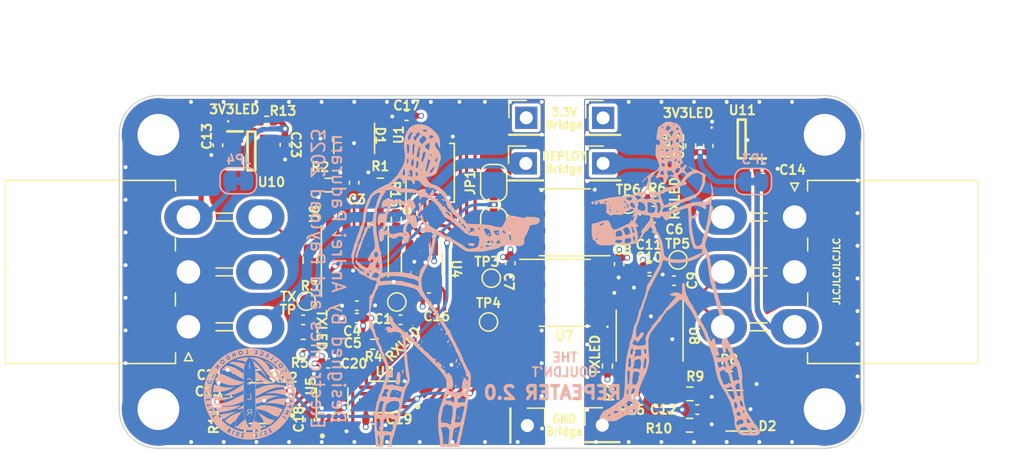
<source format=kicad_pcb>
(kicad_pcb (version 20240108) (generator "pcbnew") (generator_version "8.0")
  (layers (0 "F.Cu" signal) (1 "In1.Cu" signal) (2 "In2.Cu" signal) (31 "B.Cu" signal) (34 "B.Paste" user) (35 "F.Paste" user) (36 "B.SilkS" user "B.Silkscreen") (37 "F.SilkS" user "F.Silkscreen") (38 "B.Mask" user) (39 "F.Mask" user) (44 "Edge.Cuts" user))
  (net 0 "")
  (net 1 "GND")
  (net 2 "/Vref")
  (net 3 "+3V3")
  (net 4 "+3.3VA")
  (net 5 "GND1")
  (net 6 "/RX2_PRE_ISO")
  (net 7 "/RX1")
  (net 8 "/TX1")
  (net 9 "/TX2_PRE_ISO")
  (net 10 "/RX2")
  (net 11 "/TX2")
  (net 12 "Net-(U3-1Y)")
  (net 13 "Net-(U3-2Y)")
  (net 14 "/CAN_IN_-")
  (net 15 "/CAN_IN_+")
  (net 16 "/CAN_OUT_-")
  (net 17 "/CAN_OUT_+")
  (net 18 "Net-(D3-A)")
  (net 19 "Net-(D4-A)")
  (net 20 "/Vref2")
  (net 21 "Net-(D5-A)")
  (net 22 "Net-(D6-A)")
  (net 23 "Net-(D7-A)")
  (net 24 "Net-(D8-A)")
  (net 25 "Net-(JP1-B)")
  (net 26 "Net-(JP2-B)")
  (net 27 "Net-(U6-Rs)")
  (net 28 "Net-(U8-Rs)")
  (net 29 "/Deploy1")
  (net 30 "/Deploy2")
  (net 31 "Net-(U1-1B)")
  (net 32 "Net-(U1-2A)")
  (net 33 "Net-(U1-2B)")
  (net 34 "Net-(U1-3Y)")
  (net 35 "Net-(U1-3A)")
  (net 36 "Net-(U1-3B)")
  (net 37 "Net-(U2-1A)")
  (net 38 "Net-(U2-2B)")
  (net 39 "Net-(U6-Vref)")
  (net 40 "Net-(U8-Vref)")
  (net 41 "/RBUS_uC_V1")
  (net 42 "/RBUS_uC_V2")
  (footprint "iclr:SOT95P282X145-5N" (layer "F.Cu") (at 159.65 86.318 180)
    (property "Reference" "U11")
    (property "Value" "AP2205-33W5-7" (hide yes))
  )
  (footprint "Capacitor_SMD:C_0402_1005Metric" (layer "F.Cu") (at 120.1868 105.9732 90)
    (property "Reference" "C15")
    (property "Value" "0.1uF")
  )
  (footprint "TestPoint:TestPoint_Pad_D1.0mm" (layer "F.Cu") (at 150.953 91.309)
    (property "Reference" "TP6")
    (property "Value" "TestPoint")
  )
  (footprint "Resistor_SMD:R_0402_1005Metric" (layer "F.Cu") (at 131.4 102.04)
    (property "Reference" "R4")
    (property "Value" "1k")
  )
  (footprint "Resistor_SMD:R_0402_1005Metric" (layer "F.Cu") (at 149.372 103.7025 90)
    (property "Reference" "R7")
    (property "Value" "1k")
  )
  (footprint "Resistor_SMD:R_0603_1608Metric" (layer "F.Cu") (at 126.6 95.605 -90)
    (property "Reference" "R3")
    (property "Value" "0")
  )
  (footprint "iclr:SOT95P280X145-6N" (layer "F.Cu") (at 122.761799 106.543201 180)
    (property "Reference" "U3")
    (property "Value" "SN74LVC2G07DBVR")
  )
  (footprint "Capacitor_SMD:C_0402_1005Metric" (layer "F.Cu") (at 130.19 99.085 180)
    (property "Reference" "C4")
    (property "Value" "100nF")
  )
  (footprint "Package_SO:SOIC-8_3.9x4.9mm_P1.27mm" (layer "F.Cu") (at 152.605 101.375 -90)
    (property "Reference" "U8")
    (property "Value" "SN65HVD230")
  )
  (footprint "LED_SMD:LED_0402_1005Metric" (layer "F.Cu") (at 152.953 92.092)
    (property "Reference" "D5" (hide yes))
    (property "Value" "RX2LED" (hide yes))
  )
  (footprint "Capacitor_SMD:C_0402_1005Metric" (layer "F.Cu") (at 124.680001 86.77 -90)
    (property "Reference" "C23")
    (property "Value" "2.2uF")
  )
  (footprint "Package_SO:SOIC-8_3.9x4.9mm_P1.27mm" (layer "F.Cu") (at 146.11 92.7 180)
    (property "Reference" "U9" (hide yes))
    (property "Value" "ADuM120N")
  )
  (footprint "Jumper:SolderJumper-2_P1.3mm_Open_RoundedPad1.0x1.5mm" (layer "F.Cu") (at 140.67 89.67 90)
    (property "Reference" "JP1")
    (property "Value" "SolderJumper_2_Open")
  )
  (footprint "Capacitor_SMD:C_0402_1005Metric" (layer "F.Cu") (at 129.985 89.668 90)
    (property "Reference" "C3")
    (property "Value" "47nF")
  )
  (footprint "Connector_Molex:Molex_Mini-Fit_Jr_5569-06A2_2x03_P4.20mm_Horizontal" (layer "F.Cu") (at 163.7 92.3 -90)
    (property "Reference" "RBUS2" (hide yes))
    (property "Value" "RBUS_OUT")
  )
  (footprint "Resistor_SMD:R_0603_1608Metric" (layer "F.Cu") (at 158.689 104.64)
    (property "Reference" "R8")
    (property "Value" "0")
  )
  (footprint "Resistor_SMD:R_0402_1005Metric" (layer "F.Cu") (at 152.953 91.097)
    (property "Reference" "R6")
    (property "Value" "1k")
  )
  (footprint "LED_SMD:LED_0402_1005Metric" (layer "F.Cu") (at 121.43 84.97)
    (property "Reference" "D7" (hide yes))
    (property "Value" "3V31LED")
  )
  (footprint "LED_SMD:LED_0402_1005Metric" (layer "F.Cu") (at 126.0825 101.1 180)
    (property "Reference" "D4" (hide yes))
    (property "Value" "TX1LED")
  )
  (footprint "Resistor_SMD:R_0402_1005Metric" (layer "F.Cu") (at 123.295 84.97 180)
    (property "Reference" "R13")
    (property "Value" "470")
  )
  (footprint "Capacitor_SMD:C_0402_1005Metric" (layer "F.Cu") (at 131.36 107.78)
    (property "Reference" "C19")
    (property "Value" "0.1uF")
  )
  (footprint "TestPoint:TestPoint_Pad_D1.0mm" (layer "F.Cu") (at 140.27 100.33)
    (property "Reference" "TP4")
    (property "Value" "TestPoint")
  )
  (footprint "Connector_Molex:Molex_Mini-Fit_Jr_5569-06A2_2x03_P4.20mm_Horizontal" (layer "F.Cu") (at 117.3 100.7 90)
    (property "Reference" "RBUS1" (hide yes))
    (property "Value" "RBUS_IN")
  )
  (footprint "Capacitor_SMD:C_0402_1005Metric" (layer "F.Cu") (at 135.71 98.47)
    (property "Reference" "C16")
    (property "Value" "0.1uF")
  )
  (footprint "Resistor_SMD:R_0603_1608Metric" (layer "F.Cu") (at 155.665 108.235 180)
    (property "Reference" "R10")
    (property "Value" "60")
  )
  (footprint "MountingHole:MountingHole_3.2mm_M3_DIN965_Pad" (layer "F.Cu") (at 166 86)
    (property "Reference" "H3" (hide yes))
    (property "Value" "MountingHole_Pad")
  )
  (footprint "Connector_PinHeader_2.54mm:PinHeader_1x01_P2.54mm_Vertical" (layer "F.Cu") (at 143.16 84.7)
    (property "Reference" "TP7" (hide yes))
    (property "Value" "TestPoint")
  )
  (footprint "Resistor_SMD:R_0402_1005Metric" (layer "F.Cu") (at 126.0825 102.04 180)
    (property "Reference" "R5")
    (property "Value" "1k")
  )
  (footprint "Capacitor_SMD:C_0402_1005Metric" (layer "F.Cu") (at 134 84.54 180)
    (property "Reference" "C17")
    (property "Value" "0.1uF")
  )
  (footprint "Resistor_SMD:R_0402_1005Metric" (layer "F.Cu") (at 133.211 92.471 -90)
    (property "Reference" "R15")
    (property "Value" "0")
  )
  (footprint "Resistor_SMD:R_0402_1005Metric" (layer "F.Cu") (at 155.747 86.856 90)
    (property "Reference" "R14")
    (property "Value" "470")
  )
  (footprint "MountingHole:MountingHole_3.2mm_M3_DIN965_Pad" (layer "F.Cu") (at 115 86)
    (property "Reference" "H1" (hide yes))
    (property "Value" "MountingHole_Pad")
  )
  (footprint "Capacitor_SMD:C_0402_1005Metric" (layer "F.Cu") (at 120.801799 104.593202 180)
    (property "Reference" "C21")
    (property "Value" "47pF")
  )
  (footprint "LED_SMD:LED_0402_1005Metric" (layer "F.Cu") (at 156.261 85.454 180)
    (property "Reference" "D8" (hide yes))
    (property "Value" "3V32LED")
  )
  (footprint "Connector_PinHeader_2.54mm:PinHeader_1x01_P2.54mm_Vertical" (layer "F.Cu") (at 149.04 84.71)
    (property "Reference" "TP9" (hide yes))
    (property "Value" "TestPoint")
  )
  (footprint "Package_TO_SOT_SMD:SOT-23" (layer "F.Cu") (at 129.985 86.7825 -90)
    (property "Reference" "D1")
    (property "Value" "SM712_SOT23")
  )
  (footprint "TestPoint:TestPoint_Pad_D1.0mm" (layer "F.Cu") (at 154.774 95.584)
    (property "Reference" "TP5")
    (property "Value" "TestPoint")
  )
  (footprint "MountingHole:MountingHole_3.2mm_M3_DIN965_Pad" (layer "F.Cu") (at 115 107)
    (property "Reference" "H2" (hide yes))
    (property "Value" "MountingHole_Pad")
  )
  (footprint "LED_SMD:LED_0402_1005Metric" (layer "F.Cu") (at 132.4925 101.1 180)
    (property "Reference" "D3" (hide yes))
    (property "Value" "RX1LED")
  )
  (footprint "Capacitor_SMD:C_0402_1005Metric" (layer "F.Cu") (at 130.19 100.035001 180)
    (property "Reference" "C5")
    (property "Value" "10uF")
  )
  (footprint "Capacitor_SMD:C_0402_1005Metric" (layer "F.Cu") (at 119.560001 86.81 -90)
    (property "Reference" "C13")
    (property "Value" "1uF")
  )
  (footprint "Resistor_SMD:R_0603_1608Metric" (layer "F.Cu") (at 155.685 105.835)
    (property "Reference" "R9")
    (property "Value" "60")
  )
  (footprint "Capacitor_SMD:C_0402_1005Metric" (layer "F.Cu") (at 126.59 107.825 90)
    (property "Reference" "C18")
    (property "Value" "47pF")
  )
  (footprint "TestPoint:TestPoint_Pad_D1.0mm" (layer "F.Cu") (at 133.25 98.8 -90)
    (property "Reference" "TP1" (hide yes))
    (property "Value" "TestPoint")
  )
  (footprint "iclr:SOT95P282X145-5N" (layer "F.Cu") (at 122.12 87.24)
    (property "Reference" "U10")
    (property "Value" "AP2205-33W5-7" (hide yes))
  )
  (footprint "Capacitor_SMD:C_0402_1005Metric" (layer "F.Cu") (at 127.99 103.49)
    (property "Reference" "C20")
    (property "Value" "0.1uF")
  )
  (footprint "Jumper:SolderJumper-2_P1.3mm_Bridged_RoundedPad1.0x1.5mm" (layer "F.Cu") (at 140.67 92.99 -90)
    (property "Reference" "JP2")
    (property "Value" "SolderJumper_2_Bridged")
  )
  (footprint "MountingHole:MountingHole_3.2mm_M3_DIN965_Pad" (layer "F.Cu") (at 166 107)
    (property "Reference" "H4" (hide yes))
    (property "Value" "MountingHole_Pad")
  )
  (footprint "Resistor_SMD:R_0402_1005Metric" (layer "F.Cu") (at 120.181799 107.813202 -90)
    (property "Reference" "R11")
    (property "Value" "4.42k")
  )
  (footprint "Resistor_SMD:R_0603_1608Metric" (layer "F.Cu") (at 131.986 89.843)
    (property "Reference" "R1")
    (property "Value" "60")
  )
  (footprint "Connector_PinHeader_2.54mm:PinHeader_1x01_P2.54mm_Vertical" (layer "F.Cu") (at 143.13 88.194)
    (property "Reference" "TP11" (hide yes))
    (property "Value" "TestPoint")
  )
  (footprint "TestPoint:TestPoint_Pad_D1.0mm" (layer "F.Cu") (at 140.48 96.98)
    (property "Reference" "TP3")
    (property "Value" "TestPoint")
  )
  (footprint "Resistor_SMD:R_0603_1608Metric" (layer "F.Cu") (at 127.991 89.849)
    (property "Reference" "R2")
    (property "Value" "60")
  )
  (footprint "TestPoint:TestPoint_Pad_D1.0mm" (layer "F.Cu") (at 126.32 98.73 -90)
    (property "Reference" "TP2" (hide yes))
    (property "Value" "TestPoint")
  )
  (footprint "Package_TO_SOT_SMD:SOT-23" (layer "F.Cu") (at 159.09 107.12 180)
    (property "Reference" "D2")
    (property "Value" "SM712_SOT23")
  )
  (footprint "Capacitor_SMD:C_0402_1005Metric" (layer "F.Cu") (at 157.09 86.848 90)
    (property "Reference" "C22")
    (property "Value" "2.2uF")
  )
  (footprint "LED_SMD:LED_0402_1005Metric" (layer "F.Cu") (at 149.372 101.7895 -90)
    (property "Reference" "D6" (hide yes))
    (property "Value" "TX2LED")
  )
  (footprint "Resistor_SMD:R_0402_1005Metric" (layer "F.Cu") (at 151.130001 105.55 180)
    (property "Reference" "R16")
    (property "Value" "0")
  )
  (footprint "Capacitor_SMD:C_0402_1005Metric" (layer "F.Cu") (at 141.94 95.84 -90)
    (property "Reference" "C7")
    (property "Value" "100nF")
  )
  (footprint "Capacitor_SMD:C_0402_1005Metric" (layer "F.Cu") (at 156.245 107.035)
    (property "Reference" "C12")
    (property "Value" "47nF")
  )
  (footprint "Package_SO:SOIC-8_3.9x4.9mm_P1.27mm" (layer "F.Cu") (at 130.035 94.92 90)
    (property "Reference" "U6")
    (property "Value" "SN65HVD230")
  )
  (footprint "Package_SO:SOIC-8_3.9x4.9mm_P1.27mm" (layer "F.Cu") (at 146.105 98.095)
    (property "Reference" "U7")
    (property "Value" "PLACEHOLDER ISOLATOR")
  )
  (footprint "Capacitor_SMD:C_0402_1005Metric" (layer "F.Cu") (at 152.592 97.16)
    (property "Reference" "C10")
    (property "Value" "100nF")
  )
  (footprint "Connector_PinHeader_2.54mm:PinHeader_1x01_P2.54mm_Vertical" (layer "F.Cu") (at 149.041 88.192)
    (property "Reference" "TP12" (hide yes))
    (property "Value" "TestPoint")
  )
  (footprint "iclr:SOT95P280X145-6N" (layer "F.Cu") (at 135.16 95.9 -90)
    (property "Reference" "U4")
    (property "Value" "SN74LVC2G04DBVR")
  )
  (footprint "iclr:SOP50P310X90-8N" (layer "F.Cu") (at 128.3 106.525 90)
    (property "Reference" "U5")
    (property "Value" "SN74LVC2G132DCUR")
  )
  (footprint "iclr:SOP50P310X90-8N" (layer "F.Cu") (at 132.325 106.07 180)
    (property "Reference" "U2")
    (property "Value" "SN74LVC2G08DCUR")
  )
  (footprint "iclr:SOP40P640X120-14N" (layer "F.Cu") (at 135.8 88.91 90)
    (property "Reference" "U1")
    (property "Value" "SN74LV32ADGVR")
  )
  (footprint "Capacitor_SMD:C_0402_1005Metric" (layer "F.Cu") (at 152.938 93.079)
    (property "Reference" "C6")
    (property "Value" "1pF")
  )
  (footprint "Connector_PinHeader_2.54mm:PinHeader_1x01_P2.54mm_Vertical" (layer "F.Cu") (at 143.244 108.255 -90)
    (property "Reference" "TP8" (hide yes))
    (property "Value" "TestPoint")
  )
  (footprint "Capacitor_SMD:C_0402_1005Metric" (layer "F.Cu") (at 154.469 97.169 180)
    (property "Reference" "C9")
    (property "Value" "1pF")
  )
  (footprint "Capacitor_SMD:C_0402_1005Metric" (layer "F.Cu") (at 133.53 100.16)
    (property "Reference" "C1")
    (property "Value" "1pF")
  )
  (footprint "Capacitor_SMD:C_0402_1005Metric" (layer "F.Cu") (at 161.287901 88.590526)
    (property "Reference" "C14")
    (property "Value" "1uF")
  )
  (footprint "Capacitor_SMD:C_0402_1005Metric" (layer "F.Cu") (at 126.08 100.17 180)
    (property "Reference" "C2" (hide yes))
    (property "Value" "1pF")
  )
  (footprint "Capacitor_SMD:C_0402_1005Metric" (layer "F.Cu") (at 150.27 95.9 -90)
    (property "Reference" "C8")
    (property "Value" "100nF")
  )
  (footprint "Resistor_SMD:R_0402_1005Metric" (layer "F.Cu") (at 122.641799 104.373202 180)
    (property "Reference" "R12")
    (property "Value" "4.42k")
  )
  (footprint "Capacitor_SMD:C_0402_1005Metric" (layer "F.Cu") (at 152.59 96.188)
    (property "Reference" "C11")
    (property "Value" "10uF")
  )
  (footprint "Connector_PinHeader_2.54mm:PinHeader_1x01_P2.54mm_Vertical" (layer "F.Cu") (at 148.979 108.228)
    (property "Reference" "TP10" (hide yes))
    (property "Value" "TestPoint")
  )
  (footprint "iclr:spider-man" (layer "B.Cu") (at 146.63 97.39 180)
    (property "Reference" "G***" (hide yes))
    (property "Value" "LOGO" (hide yes))
  )
  (footprint "Jumper:SolderJumper-2_P1.3mm_Bridged_RoundedPad1.0x1.5mm" (layer "B.Cu") (at 121.119999 89.52)
    (property "Reference" "JP4")
    (property "Value" "SolderJumper_2_Bridged")
  )
  (footprint "Jumper:SolderJumper-2_P1.3mm_Bridged_RoundedPad1.0x1.5mm" (layer "B.Cu") (at 160.529 89.58)
    (property "Reference" "JP3")
    (property "Value" "SolderJumper_2_Bridged")
  )
  (footprint "LOGO" (layer "B.Cu") (at 121.967 105.834 180)
    (property "Reference" "G***" (hide yes))
    (property "Value" "LOGO" (hide yes))
  )
  (gr_line (start 115 83) (end 166 83) (stroke (width 0.1)) (layer "Edge.Cuts"))
  (gr_arc (start 169 107) (mid 168.12132 109.12132) (end 166 110) (stroke (width 0.1)) (layer "Edge.Cuts"))
  (gr_arc (start 112 86) (mid 112.87868 83.87868) (end 115 83) (stroke (width 0.1)) (layer "Edge.Cuts"))
  (gr_line (start 115 110) (end 166 110) (stroke (width 0.1)) (layer "Edge.Cuts"))
  (gr_line (start 169 107) (end 169 86) (stroke (width 0.1)) (layer "Edge.Cuts"))
  (gr_arc (start 115 110) (mid 112.87868 109.12132) (end 112 107) (stroke (width 0.1)) (layer "Edge.Cuts"))
  (gr_line (start 112 86) (end 112 107) (stroke (width 0.1)) (layer "Edge.Cuts"))
  (gr_arc (start 166 83) (mid 168.12132 83.87868) (end 169 86) (stroke (width 0.1)) (layer "Edge.Cuts"))
  (gr_text "Designed By Andrei Paduraru\nElectronics and Payload 2023\n\n" (at 127.173 97.008 270) (layer "B.SilkS") (effects (font (size 1 1)) (justify mirror)))
  (gr_text "REPEATER 2.0\n" (at 145.171 105.744 0) (layer "B.SilkS") (effects (font (size 1 1) (thickness 0.25) (bold yes)) (justify mirror)))
  (gr_text "THE\nCOULDN'T" (at 146.112 104.58 0) (layer "B.SilkS") (effects (font (size 0.7 0.7) (thickness 0.1524) (bold yes)) (justify bottom mirror)))
  (gr_text "GND\nBridge" (at 146.07 108.231 0) (layer "F.SilkS") (effects (font (size 0.6 0.6))))
  (gr_text "DEPLOY\nBridge" (at 146.057 88.124 0) (layer "F.SilkS") (effects (font (size 0.6 0.6))))
  (gr_text "JLCJLCJLCJLC" (at 166.924 96.464 90) (layer "F.SilkS") (effects (font (size 0.5 0.5) (thickness 0.125))))
  (gr_text "3.3V\nBridge" (at 146.06 84.76 0) (layer "F.SilkS") (effects (font (size 0.6 0.6))))
  (via (at 137.538 86.131) (size 0.45) (drill 0.3) (layers "F.Cu" "B.Cu") (net 1))
  (via (at 127.264 90.78) (size 0.6) (drill 0.3) (layers "F.Cu" "B.Cu") (net 1))
  (via (at 129.9 96.4) (size 0.45) (drill 0.3) (layers "F.Cu" "B.Cu") (net 1))
  (via (at 132.386 108.228) (size 0.45) (drill 0.3) (layers "F.Cu" "B.Cu") (net 1))
  (via (at 134.59 95.72) (size 0.45) (drill 0.3) (layers "F.Cu" "B.Cu") (net 1))
  (via (at 134.495188 83.486528) (size 0.45) (drill 0.3) (layers "F.Cu" "B.Cu") (net 1))
  (via (at 131.07 88.88) (size 0.6) (drill 0.3) (layers "F.Cu" "B.Cu") (net 1))
  (via (at 137.22 90.82) (size 0.45) (drill 0.3) (layers "F.Cu" "B.Cu") (net 1))
  (via (at 144.337873 85.983857) (size 0.45) (drill 0.3) (layers "F.Cu" "B.Cu") (net 1))
  (via (at 112.486459 95.977431) (size 0.45) (drill 0.3) (layers "F.Cu" "B.Cu") (net 1))
  (via (at 140.002 109.519) (size 0.45) (drill 0.3) (layers "F.Cu" "B.Cu") (net 1))
  (via (at 136.21 99.1) (size 0.45) (drill 0.3) (layers "F.Cu" "B.Cu") (net 1))
  (via (at 126.9 104.3) (size 0.45) (drill 0.3) (layers "F.Cu" "B.Cu") (net 1))
  (via (at 137.502674 109.517) (size 0.45) (drill 0.3) (layers "F.Cu" "B.Cu") (net 1))
  (via (at 129.993981 83.482435) (size 0.45) (drill 0.3) (layers "F.Cu" "B.Cu") (net 1))
  (via (at 129.98 86.64) (size 0.6) (drill 0.3) (layers "F.Cu" "B.Cu") (net 1))
  (via (at 112.486459 98.477431) (size 0.45) (drill 0.3) (layers "F.Cu" "B.Cu") (net 1))
  (via (at 117.502 109.519) (size 0.45) (drill 0.3) (layers "F.Cu" "B.Cu") (net 1))
  (via (at 133.017 97.257) (size 0.6) (drill 0.3) (layers "F.Cu" "B.Cu") (net 1))
  (via (at 135.855141 83.484363) (size 0.45) (drill 0.3) (layers "F.Cu" "B.Cu") (net 1))
  (via (at 122.502674 109.518) (size 0.45) (drill 0.3) (layers "F.Cu" "B.Cu") (net 1))
  (via (at 112.486459 93.477431) (size 0.45) (drill 0.3) (layers "F.Cu" "B.Cu") (net 1))
  (via (at 127.41 86.29) (size 0.6) (drill 0.3) (layers "F.Cu" "B.Cu") (net 1))
  (via (at 124.884 106.345) (size 0.45) (drill 0.3) (layers "F.Cu" "B.Cu") (net 1))
  (via (at 127.51 106.925) (size 0.45) (drill 0.3) (layers "F.Cu" "B.Cu") (net 1))
  (via (at 141.906 83.487) (size 0.45) (drill 0.3) (layers "F.Cu" "B.Cu") (net 1))
  (via (at 144.337873 100.983857) (size 0.45) (drill 0.3) (layers "F.Cu" "B.Cu") (net 1))
  (via (at 132.9 84.6) (size 0.45) (drill 0.3) (layers "F.Cu" "B.Cu") (net 1))
  (via (at 135.439 95.768) (size 0.45) (drill 0.3) (layers "F.Cu" "B.Cu") (net 1))
  (via (at 141.972 96.853) (size 0.45) (drill 0.3) (layers "F.Cu" "B.Cu") (net 1))
  (via (at 132.493981 83.482435) (size 0.45) (drill 0.3) (layers "F.Cu" "B.Cu") (net 1))
  (via (at 129.05 103.49) (size 0.45) (drill 0.3) (layers "F.Cu" "B.Cu") (net 1))
  (via (at 125.002 109.518) (size 0.45) (drill 0.3) (layers "F.Cu" "B.Cu") (net 1))
  (via (at 128.93 88.9) (size 0.6) (drill 0.3) (layers "F.Cu" "B.Cu") (net 1))
  (via (at 139.993981 83.482435) (size 0.45) (drill 0.3) (layers "F.Cu" "B.Cu") (net 1))
  (via (at 112.486459 88.477431) (size 0.45) (drill 0.3) (layers "F.Cu" "B.Cu") (net 1))
  (via (at 127.502 109.519) (size 0.45) (drill 0.3) (layers "F.Cu" "B.Cu") (net 1))
  (via (at 127.493981 83.482435) (size 0.45) (drill 0.3) (layers "F.Cu" "B.Cu") (net 1))
  (via (at 129.065 99.090001) (size 0.45) (drill 0.3) (layers "F.Cu" "B.Cu") (net 1))
  (via (at 144.337873 105.983858) (size 0.45) (drill 0.3) (layers "F.Cu" "B.Cu") (net 1))
  (via (at 135.002 109.519) (size 0.45) (drill 0.3) (layers "F.Cu" "B.Cu") (net 1))
  (via (at 128.46 102.92) (size 0.45) (drill 0.3) (layers "F.Cu" "B.Cu") (net 1))
  (via (at 119.6 105) (size 0.45) (drill 0.3) (layers "F.Cu" "B.Cu") (net 1))
  (via (at 124.993981 83.482435) (size 0.45) (drill 0.3) (layers "F.Cu" "B.Cu") (net 1))
  (via (at 144.337873 83.483857) (size 0.45) (drill 0.3) (layers "F.Cu" "B.Cu") (net 1))
  (via (at 137.433 103.616) (size 0.6) (drill 0.3) (layers "F.Cu" "B.Cu") (net 1))
  (via (at 144.368 108.485) (size 0.45) (drill 0.3) (layers "F.Cu" "B.Cu") (net 1))
  (via (at 129.4 108.7) (size 0.45) (drill 0.3) (layers "F.Cu" "B.Cu") (net 1))
  (via (at 142.502 109.519) (size 0.45) (drill 0.3) (layers "F.Cu" "B.Cu") (net 1))
  (via (at 144.337873 103.483858) (size 0.45) (drill 0.3) (layers "F.Cu" "B.Cu") (net 1))
  (via (at 112.486459 100.977431) (size 0.45) (drill 0.3) (layers "F.Cu" "B.Cu") (net 1))
  (via (at 112.486459 90.977431) (size 0.45) (drill 0.3) (layers "F.Cu" "B.Cu") (net 1))
  (via (at 130.002 109.517) (size 0.45) (drill 0.3) (layers "F.Cu" "B.Cu") (net 1))
  (via (at 132.502674 109.514) (size 0.45) (drill 0.3) (layers "F.Cu" "B.Cu") (net 1))
  (via (at 124.7 87.9) (size 0.45) (drill 0.3) (layers "F.Cu" "B.Cu") (net 1))
  (via (at 122.493981 83.482435) (size 0.45) (drill 0.3) (layers "F.Cu" "B.Cu") (net 1))
  (via (at 119.053 87.551) (size 0.45) (drill 0.3) (layers "F.Cu" "B.Cu") (net 1))
  (via (at 129.04 100.05) (size 0.45) (drill 0.3) (layers "F.Cu" "B.Cu") (net 1))
  (via (at 133.85 104.86) (size 0.45) (drill 0.3) (layers "F.Cu" "B.Cu") (net 1))
  (via (at 123.096 106.351) (size 0.45) (drill 0.3) (layers "F.Cu" "B.Cu") (net 1))
  (via (at 117.493981 83.482435) (size 0.45) (drill 0.3) (layers "F.Cu" "B.Cu") (net 1))
  (via (at 120.002674 109.518) (size 0.45) (drill 0.3) (layers "F.Cu" "B.Cu") (net 1))
  (via (at 138.049 83.48) (size 0.45) (drill 0.3) (layers "F.Cu" "B.Cu") (net 1))
  (via (at 120.3 104) (size 0.45) (drill 0.3) (layers "F.Cu" "B.Cu") (net 1))
  (via (at 144.319454 90.243736) (size 0.45) (drill 0.3) (layers "F.Cu" "B.Cu") (net 1))
  (via (at 131.584 99.062) (size 0.6) (drill 0.3) (layers "F.Cu" "B.Cu") (net 1))
  (via (at 119.993981 83.482435) (size 0.45) (drill 0.3) (layers "F.Cu" "B.Cu") (net 1))
  (via (at 112.486459 103.477432) (size 0.45) (drill 0.3) (layers "F.Cu" "B.Cu") (net 1))
  (segment (start 129.98 90.755) (end 130.04 90.695) (width 0.6) (layer "F.Cu") (net 2))
  (segment (start 133.211 92.981) (end 133.211 93.311) (width 0.2) (layer "F.Cu") (net 2))
  (segment (start 131.095 89.805) (end 131.105 89.795) (width 0.25) (layer "F.Cu") (net 2))
  (segment (start 130.399 93.793) (end 132.729 93.793) (width 0.2) (layer "F.Cu") (net 2))
  (segment (start 129.98 90.845) (end 129.915 90.845) (width 0.6) (layer "F.Cu") (net 2))
  (segment (start 129.915 90.845) (end 128.875 89.805) (width 0.6) (layer "F.Cu") (net 2))
  (segment (start 128.87 89.885) (end 131.09 89.885) (width 0.5) (layer "F.Cu") (net 2))
  (segment (start 130.055 90.845) (end 131.105 89.795) (width 0.6) (layer "F.Cu") (net 2))
  (segment (start 133.211 93.311) (end 133.211 93.414) (width 0.2) (layer "F.Cu") (net 2))
  (segment (start 129.98 90.845) (end 130.055 90.845) (width 0.6) (layer "F.Cu") (net 2))
  (segment (start 130.04 90.695) (end 129.98 90.635) (width 0.6) (layer "F.Cu") (net 2))
  (segment (start 129.98 90.635) (end 129.98 90.105) (width 0.6) (layer "F.Cu") (net 2))
  (segment (start 129.98 90.105) (end 129.985 90.1) (width 0.25) (layer "F.Cu") (net 2))
  (segment (start 129.98 90.845) (end 129.98 90.755) (width 0.6) (layer "F.Cu") (net 2))
  (segment (start 129.98 90.845) (end 129.98 93.374) (width 0.2) (layer "F.Cu") (net 2))
  (via (at 129.98 90.845) (size 0.6) (drill 0.3) (layers "F.Cu" "B.Cu") (net 2))
  (arc (start 129.98 93.374) (mid 130.102722 93.670278) (end 130.399 93.793) (width 0.2) (layer "F.Cu") (net 2))
  (arc (start 132.729 93.793) (mid 133.069825 93.651825) (end 133.211 93.311) (width 0.2) (layer "F.Cu") (net 2))
  (segment (start 130.04 90.905) (end 129.98 90.845) (width 0.25) (layer "B.Cu") (net 2))
  (segment (start 120.276801 106.543201) (end 120.1868 106.453201) (width 0.25) (layer "F.Cu") (net 3))
  (segment (start 135.23 99.15) (end 135.23 97.225) (width 0.24) (layer "F.Cu") (net 3))
  (segment (start 135.11 84.55) (end 134.49 84.55) (width 0.24) (layer "F.Cu") (net 3))
  (segment (start 126.96 103.51) (end 127.49 103.509999) (width 0.25) (layer "F.Cu") (net 3))
  (segment (start 121.506799 106.543201) (end 120.276801 106.543201) (width 0.25) (layer "F.Cu") (net 3))
  (segment (start 124.680001 85.549999) (end 124.69 85.54) (width 0.4) (layer "F.Cu") (net 3))
  (segment (start 134.5 84.56) (end 134.5 84.56) (width 0.24) (layer "F.Cu") (net 3))
  (segment (start 124.680001 86.29) (end 124.680001 85.549999) (width 0.4) (layer "F.Cu") (net 3))
  (segment (start 127.51 102.95) (end 127.51 103.49) (width 0.25) (layer "F.Cu") (net 3))
  (segment (start 123.9 104.37) (end 123.155001 104.37) (width 0.24) (layer "F.Cu") (net 3))
  (segment (start 130.87 107.79) (end 130.88 107.78) (width 0.24) (layer "F.Cu") (net 3))
  (segment (start 130.88 106.86) (end 130.92 106.82) (width 0.24) (layer "F.Cu") (net 3))
  (segment (start 142.466 95.36) (end 142.8 95.36) (width 0.24) (layer "F.Cu") (net 3))
  (segment (start 130.52 97.545) (end 130.67 97.395) (width 0.25) (layer "F.Cu") (net 3))
  (segment (start 130.675 101.825) (end 130.89 102.04) (width 0.25) (layer "F.Cu") (net 3))
  (segment (start 119.5068 106.453201) (end 120.196799 106.453201) (width 0.25) (layer "F.Cu") (net 3))
  (segment (start 134.48 84.54) (end 134.6 84.66) (width 0.24) (layer "F.Cu") (net 3))
  (segment (start 135.23 97.225) (end 135.16 97.155) (width 0.24) (layer "F.Cu") (net 3))
  (segment (start 130.675 100.610001) (end 130.675 101.825) (width 0.25) (layer "F.Cu") (net 3))
  (segment (start 141.94 95.36) (end 142.34 95.36) (width 0.24) (layer "F.Cu") (net 3))
  (segment (start 142.34 95.36) (end 142.466 95.36) (width 0.24) (layer "F.Cu") (net 3))
  (segment (start 126.148997 102.483504) (end 126.5925 102.04) (width 0.25) (layer "F.Cu") (net 3))
  (segment (start 124.71 86.29) (end 123.37 86.29) (width 0.4) (layer "F.Cu") (net 3))
  (segment (start 124.541508 85.181507) (end 124.45 85.09) (width 0.4) (layer "F.Cu") (net 3))
  (segment (start 143.125269 95.685269) (end 143.63 96.19) (width 0.24) (layer "F.Cu") (net 3))
  (segment (start 120.196799 106.453201) (end 120.196801 106.4532) (width 0.25) (layer "F.Cu") (net 3))
  (segment (start 120.1868 106.453201) (end 120.1868 107.2982) (width 0.25) (layer "F.Cu") (net 3))
  (segment (start 141.94 94.77) (end 141.94 95.36) (width 0.24) (layer "F.Cu") (net 3))
  (segment (start 123.155001 104.37) (end 123.151799 104.373202) (width 0.24) (layer "F.Cu") (net 3))
  (segment (start 120.1868 107.2982) (end 120.181799 107.303202) (width 0.25) (layer "F.Cu") (net 3))
  (segment (start 127.55 104.765) (end 127.55 103.53) (width 0.25) (layer "F.Cu") (net 3))
  (segment (start 130.675 100.040001) (end 130.67 100.035001) (width 0.25) (layer "F.Cu") (net 3))
  (segment (start 131.305 100.040001) (end 130.675 100.040001) (width 0.25) (layer "F.Cu") (net 3))
  (segment (start 124.680001 86.29) (end 124.71 86.29) (width 0.4) (layer "F.Cu") (net 3))
  (segment (start 141.37 95.36) (end 141.94 95.36) (width 0.24) (layer "F.Cu") (net 3))
  (segment (start 127.49 103.509999) (end 127.51 103.49) (width 0.25) (layer "F.Cu") (net 3))
  (segment (start 127.55 103.53) (end 127.51 103.49) (width 0.25) (layer "F.Cu") (net 3))
  (segment (start 134.5 84.56) (end 134.5 84.56) (width 0.24) (layer "F.Cu") (net 3))
  (segment (start 130.87 108.37) (end 130.87 107.79) (width 0.24) (layer "F.Cu") (net 3))
  (segment (start 134.49 84.55) (end 134.48 84.54) (width 0.24) (layer "F.Cu") (net 3))
  (segment (start 130.675 100.610001) (end 130.675 97.510001) (width 0.25) (layer "F.Cu") (net 3))
  (segment (start 130.88 107.78) (end 130.88 106.86) (width 0.24) (layer "F.Cu") (net 3))
  (segment (start 134.6 84.66) (end 134.6 86.04) (width 0.24) (layer "F.Cu") (net 3))
  (segment (start 124.160295 84.97) (end 123.805 84.97) (width 0.4) (layer "F.Cu") (net 3))
  (segment (start 143.635 94.605) (end 143.172742 95.067258) (width 0.24) (layer "F.Cu") (net 3))
  (via (at 135.11 84.55) (size 0.45) (drill 0.3) (layers "F.Cu" "B.Cu") (net 3))
  (via (at 124.69 85.54) (size 0.6) (drill 0.3) (layers "F.Cu" "B.Cu") (net 3))
  (via (at 126.96 103.51) (size 0.45) (drill 0.3) (layers "F.Cu" "B.Cu") (net 3))
  (via (at 141.37 95.36) (size 0.45) (drill 0.3) (layers "F.Cu" "B.Cu") (net 3))
  (via (at 141.94 94.77) (size 0.45) (drill 0.3) (layers "F.Cu" "B.Cu") (net 3))
  (via (at 135.23 99.15) (size 0.45) (drill 0.3) (layers "F.Cu" "B.Cu") (net 3))
  (via (at 119.5068 106.453201) (size 0.45) (drill 0.3) (layers "F.Cu" "B.Cu") (net 3))
  (via (at 123.9 104.37) (size 0.45) (drill 0.3) (layers "F.Cu" "B.Cu") (net 3))
  (via (at 126.015 102.807) (size 0.45) (drill 0.3) (layers "F.Cu" "B.Cu") (net 3))
  (via (at 127.51 102.95) (size 0.45) (drill 0.3) (layers "F.Cu" "B.Cu") (net 3))
  (via (at 130.675 100.610001) (size 0.45) (drill 0.3) (layers "F.Cu" "B.Cu") (net 3))
  (via (at 131.305 100.040001) (size 0.45) (drill 0.3) (layers "F.Cu" "B.Cu") (net 3))
  (via (at 130.87 108.37) (size 0.45) (drill 0.3) (layers "F.Cu" "B.Cu") (net 3))
  (arc (start 124.45 85.09) (mid 124.317083 85.001187) (end 124.160295 84.97) (width 0.4) (layer "F.Cu") (net 3))
  (arc (start 126.015 102.807) (mid 126.049825 102.631925) (end 126.148997 102.483504) (width 0.25) (layer "F.Cu") (net 3))
  (arc (start 143.172742 95.067258) (mid 142.848487 95.283918) (end 142.466 95.36) (width 0.24) (layer "F.Cu") (net 3))
  (arc (start 142.34 95.36) (mid 142.764984 95.444535) (end 143.125269 95.685269) (width 0.24) (layer "F.Cu") (net 3))
  (arc (start 124.69 85.54) (mid 124.651408 85.345985) (end 124.541508 85.181507) (width 0.4) (layer "F.Cu") (net 3))
  (segment (start 121.769999 89.52) (end 121.769999 87.100332) (width 0.4) (layer "B.Cu") (net 3))
  (segment (start 122.145 86.195) (end 122.385 85.955) (width 0.4) (layer "B.Cu") (net 3))
  (segment (start 123.386898 85.54) (end 124.69 85.54) (width 0.4) (layer "B.Cu") (net 3))
  (arc (start 121.769999 87.100332) (mid 121.867458 86.610371) (end 122.145 86.195) (width 0.4) (layer "B.Cu") (net 3))
  (arc (start 122.385 85.955) (mid 122.844674 85.647855) (end 123.386898 85.54) (width 0.4) (layer "B.Cu") (net 3))
  (segment (start 152.11 95.568) (end 152.11 96.118) (width 0.25) (layer "F.Cu") (net 4))
  (segment (start 152.11 96.28) (end 152.11 96.29) (width 0.25) (layer "F.Cu") (net 4))
  (segment (start 158.341 87.327) (end 158.4 87.268) (width 0.4) (layer "F.Cu") (net 4))
  (segment (start 152.14 96.25) (end 152.11 96.28) (width 0.25) (layer "F.Cu") (net 4))
  (segment (start 155.786 87.327) (end 155.747 87.366) (width 0.4) (layer "F.Cu") (net 4))
  (segment (start 149.718 95.41269) (end 149.539 95.416805) (width 0.24) (layer "F.Cu") (net 4))
  (segment (start 150.27 95.42) (end 150.27 95.4) (width 0.24) (layer "F.Cu") (net 4))
  (segment (start 152.444 90.374) (end 152.444 91.094586) (width 0.25) (layer "F.Cu") (net 4))
  (segment (start 152.11 98.76) (end 151.97 98.9) (width 0.25) (layer "F.Cu") (net 4))
  (segment (start 152.112 97.16) (end 152.112 98.7) (width 0.25) (layer "F.Cu") (net 4))
  (segment (start 149.296258 95.316258) (end 148.585 94.605) (width 0.24) (layer "F.Cu") (net 4))
  (segment (start 150.27 95.4) (end 149.718 95.41269) (width 0.24) (layer "F.Cu") (net 4))
  (segment (start 149.372 104.7325) (end 149.372 104.2125) (width 0.25) (layer "F.Cu") (net 4))
  (segment (start 156.472 87.327) (end 155.786 87.327) (width 0.4) (layer "F.Cu") (net 4))
  (segment (start 149.095 95.675) (end 148.58 96.19) (width 0.24) (layer "F.Cu") (net 4))
  (segment (start 156.472 87.327) (end 158.341 87.327) (width 0.4) (layer "F.Cu") (net 4))
  (segment (start 152.11 97.118) (end 152.11 96.188) (width 0.25) (layer "F.Cu") (net 4))
  (segment (start 150.27 94.8) (end 150.27 95.42) (width 0.24) (layer "F.Cu") (net 4))
  (segment (start 149.095 95.675) (end 149.102263 95.667737) (width 0.24) (layer "F.Cu") (net 4))
  (segment (start 150.28 95.41) (end 150.27 95.42) (width 0.24) (layer "F.Cu") (net 4))
  (segment (start 150.89 95.41) (end 150.28 95.41) (width 0.24) (layer "F.Cu") (net 4))
  (segment (start 152.11 96.22) (end 152.14 96.25) (width 0.25) (layer "F.Cu") (net 4))
  (via (at 156.472 87.327) (size 0.45) (drill 0.3) (layers "F.Cu" "B.Cu") (net 4))
  (via (at 150.27 94.8) (size 0.45) (drill 0.3) (layers "F.Cu" "B.Cu") (net 4))
  (via (at 150.89 95.41) (size 0.45) (drill 0.3) (layers "F.Cu" "B.Cu") (net 4))
  (via (at 152.444 90.374) (size 0.45) (drill 0.3) (layers "F.Cu" "B.Cu") (net 4))
  (via (at 149.372 104.7325) (size 0.45) (drill 0.3) (layers "F.Cu" "B.Cu") (net 4))
  (via (at 152.11 95.568) (size 0.45) (drill 0.3) (layers "F.Cu" "B.Cu") (net 4))
  (arc (start 152.444 91.094586) (mid 152.443741 91.095892) (end 152.443 91.097) (width 0.25) (layer "F.Cu") (net 4))
  (arc (start 149.539 95.416805) (mid 149.407629 95.390674) (end 149.296258 95.316258) (width 0.24) (layer "F.Cu") (net 4))
  (arc (start 149.102263 95.667737) (mid 149.384766 95.478975) (end 149.718 95.41269) (width 0.24) (layer "F.Cu") (net 4))
  (segment (start 157.462851 89.398927) (end 157.031962 88.968038) (width 0.4) (layer "B.Cu") (net 4))
  (segment (start 156.472 87.9) (end 156.472 87.327) (width 0.4) (layer "B.Cu") (net 4))
  (segment (start 157.031962 88.968038) (end 156.831265 88.767341) (width 0.4) (layer "B.Cu") (net 4))
  (segment (start 159.879 89.58) (end 157.9 89.58) (width 0.4) (layer "B.Cu") (net 4))
  (arc (start 157.9 89.58) (mid 157.663417 89.532941) (end 157.462851 89.398927) (width 0.4) (layer "B.Cu") (net 4))
  (arc (start 156.831265 88.767341) (mid 156.56537 88.369402) (end 156.472 87.9) (width 0.4) (layer "B.Cu") (net 4))
  (via (at 168.514555 94.495486) (size 0.45) (drill 0.3) (layers "F.Cu" "B.Cu") (net 5))
  (via (at 151.4 97.7) (size 0.45) (drill 0.3) (layers "F.Cu" "B.Cu") (net 5))
  (via (at 147.826 107.05292) (size 0.45) (drill 0.3) (layers "F.Cu" "B.Cu") (net 5))
  (via (at 147.826 104.55292) (size 0.45) (drill 0.3) (layers "F.Cu" "B.Cu") (net 5))
  (via (at 148.4 90.2) (size 0.45) (drill 0.3) (layers "F.Cu" "B.Cu") (net 5))
  (via (at 151.003009 83.481945) (size 0.45) (drill 0.3) (layers "F.Cu" "B.Cu") (net 5))
  (via (at 162.4 88.6) (size 0.45) (drill 0.3) (layers "F.Cu" "B.Cu") (net 5))
  (via (at 168.514555 99.495486) (size 0.45) (drill 0.3) (layers "F.Cu" "B.Cu") (net 5))
  (via (at 168.514555 104.495486) (size 0.45) (drill 0.3) (layers "F.Cu" "B.Cu") (net 5))
  (via (at 153.1 93.8) (size 0.45) (drill 0.3) (layers "F.Cu" "B.Cu") (net 5))
  (via (at 156.003009 83.481945) (size 0.45) (drill 0.3) (layers "F.Cu" "B.Cu") (net 5))
  (via (at 163.503009 83.481945) (size 0.45) (drill 0.3) (layers "F.Cu" "B.Cu") (net 5))
  (via (at 153.503009 83.481945) (size 0.45) (drill 0.3) (layers "F.Cu" "B.Cu") (net 5))
  (via (at 153 95.498) (size 0.45) (drill 0.3) (layers "F.Cu" "B.Cu") (net 5))
  (via (at 158.503009 83.481945) (size 0.45) (drill 0.3) (layers "F.Cu" "B.Cu") (net 5))
  (via (at 153.499543 109.516584) (size 0.45) (drill 0.3) (layers "F.Cu" "B.Cu") (net 5))
  (via (at 147.828 102.05292) (size 0.45) (drill 0.3) (layers "F.Cu" "B.Cu") (net 5))
  (via (at 163.499543 109.516584) (size 0.45) (drill 0.3) (layers "F.Cu" "B.Cu") (net 5))
  (via (at 157.359 106.058) (size 0.6) (drill 0.3) (layers "F.Cu" "B.Cu") (net 5))
  (via (at 161.003009 83.481945) (size 0.45) (drill 0.3) (layers "F.Cu" "B.Cu") (net 5))
  (via (at 155.999543 109.516584) (size 0.45) (drill 0.3) (layers "F.Cu" "B.Cu") (net 5))
  (via (at 154.337 101.649) (size 0.6) (drill 0.3) (layers "F.Cu" "B.Cu") (net 5))
  (via (at 160.999543 109.516584) (size 0.45) (drill 0.3) (layers "F.Cu" "B.Cu") (net 5))
  (via (at 168.514555 101.995486) (size 0.45) (drill 0.3) (layers "F.Cu" "B.Cu") (net 5))
  (via (at 157.354 108.163) (size 0.6) (drill 0.3) (layers "F.Cu" "B.Cu") (net 5))
  (via (at 152.7 99.9) (size 0.45) (drill 0.3) (layers "F.Cu" "B.Cu") (net 5))
  (via (at 148.499543 109.516584) (size 0.45) (drill 0.3) (layers "F.Cu" "B.Cu") (net 5))
  (via (at 168.514555 96.995486) (size 0.45) (drill 0.3) (layers "F.Cu" "B.Cu") (net 5))
  (via (at 149.9 98.1) (size 0.45) (drill 0.3) (layers "F.Cu" "B.Cu") (net 5))
  (via (at 150.231 96.923) (size 0.45) (drill 0.3) (layers "F.Cu" "B.Cu") (net 5))
  (via (at 147.828 85.854) (size 0.45) (drill 0.3) (layers "F.Cu" "B.Cu") (net 5))
  (via (at 150.999543 109.516584) (size 0.45) (drill 0.3) (layers "F.Cu" "B.Cu") (net 5))
  (via (at 153.6 96.7) (size 0.45) (drill 0.3) (layers "F.Cu" "B.Cu") (net 5))
  (via (at 147.826 89.55292) (size 0.45) (drill 0.3) (layers "F.Cu" "B.Cu") (net 5))
  (via (at 157.381 85) (size 0.45) (drill 0.3) (layers "F.Cu" "B.Cu") (net 5))
  (via (at 168.514555 91.995486) (size 0.45) (drill 0.3) (layers "F.Cu" "B.Cu") (net 5))
  (via (at 160.795 105.081) (size 0.6) (drill 0.3) (layers "F.Cu" "B.Cu") (net 5))
  (via (at 147.827478 100.646442) (size 0.45) (drill 0.3) (layers "F.Cu" "B.Cu") (net 5))
  (via (at 168.514555 89.495486) (size 0.45) (drill 0.3) (layers "F.Cu" "B.Cu") (net 5))
  (via (at 147.826 83.48) (size 0.45) (drill 0.3) (layers "F.Cu" "B.Cu") (net 5))
  (via (at 147.826 87.05292) (size 0.45) (drill 0.3) (layers "F.Cu" "B.Cu") (net 5))
  (via (at 160.32 107.009) (size 0.6) (drill 0.3) (layers "F.Cu" "B.Cu") (net 5))
  (via (at 158.499543 109.516584) (size 0.45) (drill 0.3) (layers "F.Cu" "B.Cu") (net 5))
  (via (at 160.081 86.4) (size 0.45) (drill 0.3) (layers "F.Cu" "B.Cu") (net 5))
  (segment (start 150.7 97.91) (end 150.7 98.9) (width 0.25) (layer "F.Cu") (net 6))
  (segment (start 151.115 93.495) (end 151.212512 93.592512) (width 0.25) (layer "F.Cu") (net 6))
  (segment (start 150.76 91.502) (end 150.953 91.309) (width 0.25) (layer "F.Cu") (net 6))
  (segment (start 152.458 93.079) (end 152.458 92.116142) (width 0.25) (layer "F.Cu") (net 6))
  (segment (start 150.76 92.637955) (end 150.76 91.502) (width 0.25) (layer "F.Cu") (net 6))
  (segment (start 148.585 92.065) (end 149.321548 92.065) (width 0.25) (layer "F.Cu") (net 6))
  (segment (start 150.5885 97.7985) (end 150.7 97.91) (width 0.25) (layer "F.Cu") (net 6))
  (segment (start 151.46 94.859) (end 151.46 94.6) (width 0.25) (layer "F.Cu") (net 6))
  (segment (start 150.026 93.335) (end 148.585 93.335) (width 0.25) (layer "F.Cu") (net 6))
  (segment (start 150.7 98.9) (end 150.832 98.768) (width 0.25) (layer "F.Cu") (net 6))
  (segment (start 148.58 97.46) (end 149.771289 97.46) (width 0.25) (layer "F.Cu") (net 6))
  (segment (start 151.46 94.554177) (end 151.46 94.859) (width 0.25) (layer "F.Cu") (net 6))
  (segment (start 150.7 98.9) (end 150.7 98.058533) (width 0.25) (layer "F.Cu") (net 6))
  (segment (start 151.666475 94.360525) (end 152.111517 93.915483) (width 0.25) (layer "F.Cu") (net 6))
  (segment (start 149.942 92.322) (end 150.955 93.335) (width 0.25) (layer "F.Cu") (net 6))
  (segment (start 151.46 94.6) (end 151.46 94.327) (width 0.25) (layer "F.Cu") (net 6))
  (segment (start 150.728726 93.335) (end 150.026 93.335) (width 0.25) (layer "F.Cu") (net 6))
  (segment (start 151.46 96.223731) (end 151.46 94.859) (width 0.25) (layer "F.Cu") (net 6))
  (segment (start 151.46 94.327) (end 151.46 94.19) (width 0.25) (layer "F.Cu") (net 6))
  (arc (start 151.212512 93.592512) (mid 151.39568 93.866641) (end 151.46 94.19) (width 0.25) (layer "F.Cu") (net 6))
  (arc (start 151.115 93.495) (mid 150.937776 93.376582) (end 150.728726 93.335) (width 0.25) (layer "F.Cu") (net 6))
  (arc (start 149.321548 92.065) (mid 149.657334 92.131792) (end 149.942 92.322) (width 0.25) (layer "F.Cu") (net 6))
  (arc (start 152.458 92.116142) (mid 152.460599 92.103077) (end 152.468 92.092) (width 0.25) (layer "F.Cu") (net 6))
  (arc (start 151.23 96.779) (mid 151.400225 96.524241) (end 151.46 96.223731) (width 0.25) (layer "F.Cu") (net 6))
  (arc (start 150.7 98.058533) (mid 150.837742 97.366055) (end 151.23 96.779) (width 0.25) (layer "F.Cu") (net 6))
  (arc (start 152.111517 93.915483) (mid 152.367952 93.531702) (end 152.458 93.079) (width 0.25) (layer "F.Cu") (net 6))
  (arc (start 151.115 93.495) (mid 150.852262 93.101785) (end 150.76 92.637955) (width 0.25) (layer "F.Cu") (net 6))
  (arc (start 151.46 94.859) (mid 151.513661 94.589227) (end 151.666475 94.360525) (width 0.25) (layer "F.Cu") (net 6))
  (arc (start 149.771289 97.46) (mid 150.21356 97.547973) (end 150.5885 97.7985) (width 0.25) (layer "F.Cu") (net 6))
  (segment (start 134.21 94.645) (end 134.21 95.08) (width 0.24) (layer "F.Cu") (net 7))
  (segment (start 131.94 97.395) (end 131.94 97.96) (width 0.24) (layer "F.Cu") (net 7))
  (segment (start 132.9775 101.1) (end 132.9775 100.2325) (width 0.25) (layer "F.Cu") (net 7))
  (segment (start 131.94 97.35) (end 131.94 97.395) (width 0.24) (layer "F.Cu") (net 7))
  (segment (start 132.9775 100.2325) (end 133.05 100.16) (width 0.25) (layer "F.Cu") (net 7))
  (segment (start 132.92 100.29) (end 132.92 99.13) (width 0.24) (layer "F.Cu") (net 7))
  (segment (start 134.21 94.645) (end 134.21 89.143549) (width 0.24) (layer "F.Cu") (net 7))
  (segment (start 131.94 97.96) (end 132.78 98.8) (width 0.24) (layer "F.Cu") (net 7))
  (segment (start 134.21 95.08) (end 131.94 97.35) (width 0.24) (layer "F.Cu") (net 7))
  (segment (start 135 87.675) (end 135 86.04) (width 0.24) (layer "F.Cu") (net 7))
  (segment (start 132.92 99.13) (end 133.25 98.8) (width 0.24) (layer "F.Cu") (net 7))
  (segment (start 134.4105 88.6595) (end 134.720692 88.349308) (width 0.24) (layer "F.Cu") (net 7))
  (segment (start 132.78 98.8) (end 133.25 98.8) (width 0.24) (layer "F.Cu") (net 7))
  (arc (start 134.21 89.143549) (mid 134.262108 88.881584) (end 134.4105 88.6595) (width 0.24) (layer "F.Cu") (net 7))
  (arc (start 134.720692 88.349308) (mid 134.92741 88.039934) (end 135 87.675) (width 0.24) (layer "F.Cu") (net 7))
  (segment (start 135.4 91.78) (end 135.4 92.84) (width 0.24) (layer "F.Cu") (net 8))
  (segment (start 128.13 96.46) (end 128.13 97.395) (width 0.24) (layer "F.Cu") (net 8))
  (segment (start 126.004634 106.095366) (end 124.901 107.199) (width 0.24) (layer "F.Cu") (net 8))
  (segment (start 128.52 96.07) (end 128.13 96.46) (width 0.24) (layer "F.Cu") (net 8))
  (segment (start 128.299706 101.559705) (end 128.6505 101.9105) (width 0.24) (layer "F.Cu") (net 8))
  (segment (start 128.13 97.395) (end 128.13 98.526) (width 0.24) (layer "F.Cu") (net 8))
  (segment (start 128.13 101.15) (end 128.13 100.89) (width 0.24) (layer "F.Cu") (net 8))
  (segment (start 128.6505 101.9105) (end 130.623015 103.883015) (width 0.24) (layer "F.Cu") (net 8))
  (segment (start 128.13 99.834) (end 128.13 99.06) (width 0.24) (layer "F.Cu") (net 8))
  (segment (start 128.020398 97.659601) (end 127.395 98.285) (width 0.24) (layer "F.Cu") (net 8))
  (segment (start 126.760496 98.73) (end 126.32 98.73) (width 0.24) (layer "F.Cu") (net 8))
  (segment (start 127.892412 100.407588) (end 127.66 100.64) (width 0.24) (layer "F.Cu") (net 8))
  (segment (start 135.4 92.84) (end 135.25 92.99) (width 0.24) (layer "F.Cu") (net 8))
  (segment (start 128.13 98.526) (end 128.13 98.88) (width 0.24) (layer "F.Cu") (net 8))
  (segment (start 126.734017 101.1) (end 126.5675 101.1) (width 0.24) (layer "F.Cu") (net 8))
  (segment (start 126.25 103.803865) (end 126.25 105.503) (width 0.24) (layer "F.Cu") (net 8))
  (segment (start 127.960294 101.559705) (end 127.4775 102.0425) (width 0.24) (layer "F.Cu") (net 8))
  (segment (start 127.4775 102.0425) (end 126.6275 102.8925) (width 0.24) (layer "F.Cu") (net 8))
  (segment (start 130.92 104.6) (end 130.92 105.32) (width 0.24) (layer "F.Cu") (net 8))
  (segment (start 128.13 99.06) (end 128.13 98.88) (width 0.24) (layer "F.Cu") (net 8))
  (segment (start 127.66 100.64) (end 128.13 100.17) (width 0.24) (layer "F.Cu") (net 8))
  (segment (start 127.395 98.285) (end 127.084 98.596) (width 0.24) (layer "F.Cu") (net 8))
  (segment (start 127.752405 99.437595) (end 127.345269 99.844731) (width 0.24) (layer "F.Cu") (net 8))
  (segment (start 124.190736 107.493201) (end 124.016799 107.493201) (width 0.24) (layer "F.Cu") (net 8))
  (segment (start 127.5295 100.7705) (end 127.66 100.64) (width 0.24) (layer "F.Cu") (net 8))
  (segment (start 128.13 100.89) (end 128.13 100.17) (width 0.24) (layer "F.Cu") (net 8))
  (segment (start 128.13 100.17) (end 128.13 99.834) (width 0.24) (layer "F.Cu") (net 8))
  (via (at 128.52 96.07) (size 0.45) (drill 0.3) (layers "F.Cu" "B.Cu") (net 8))
  (via (at 135.25 92.99) (size 0.45) (drill 0.3) (layers "F.Cu" "B.Cu") (net 8))
  (arc (start 128.13 97.395) (mid 128.101515 97.538201) (end 128.020398 97.659601) (width 0.24) (layer "F.Cu") (net 8))
  (arc (start 128.13 101.15) (mid 128.174105 101.371731) (end 128.299706 101.559705) (width 0.24) (layer "F.Cu") (net 8))
  (arc (start 126.6275 102.8925) (mid 126.348109 103.310638) (end 126.25 103.803865) (width 0.24) (layer "F.Cu") (net 8))
  (arc (start 127.345269 99.844731) (mid 126.984985 100.085465) (end 126.56 100.17) (width 0.24) (layer "F.Cu") (net 8))
  (arc (start 127.084 98.596) (mid 126.935575 98.695174) (end 126.760496 98.73) (width 0.24) (layer "F.Cu") (net 8))
  (arc (start 127.5295 100.7705) (mid 127.16453 101.014365) (end 126.734017 101.1) (width 0.24) (layer "F.Cu") (net 8))
  (arc (start 130.623015 103.883015) (mid 130.842816 104.211971) (end 130.92 104.6) (width 0.24) (layer "F.Cu") (net 8))
  (arc (start 128.13 101.15) (mid 128.085895 101.371731) (end 127.960294 101.559705) (width 0.24) (layer "F.Cu") (net 8))
  (arc (start 124.901 107.199) (mid 124.575128 107.416741) (end 124.190736 107.493201) (width 0.24) (layer "F.Cu") (net 8))
  (arc (start 126.25 105.503) (mid 126.186231 105.823586) (end 126.004634 106.095366) (width 0.24) (layer "F.Cu") (net 8))
  (arc (start 128.13 98.526) (mid 128.031866 99.019352) (end 127.752405 99.437595) (width 0.24) (layer "F.Cu") (net 8))
  (arc (start 128.13 99.834) (mid 128.068253 100.144424) (end 127.892412 100.407588) (width 0.24) (layer "F.Cu") (net 8))
  (segment (start 132.924066 95.315933) (end 133.029 95.211) (width 0.24) (layer "B.Cu") (net 8))
  (segment (start 133.029 95.211) (end 135.25 92.99) (width 0.24) (layer "B.Cu") (net 8))
  (segment (start 128.52 96.07) (end 128.76 95.83) (width 0.24) (layer "B.Cu") (net 8))
  (segment (start 128.76 95.83) (end 131.683 95.83) (width 0.24) (layer "B.Cu") (net 8))
  (arc (start 131.683 95.83) (mid 132.35466 95.696398) (end 132.924066 95.315933) (width 0.24) (layer "B.Cu") (net 8))
  (segment (start 154.51 98.9) (end 154.51 98.31734) (width 0.25) (layer "F.Cu") (net 9))
  (segment (start 150.725 100.53) (end 150.92 100.53) (width 0.25) (layer "F.Cu") (net 9))
  (segment (start 150.92 100.53) (end 150.799414 100.53) (width 0.25) (layer "F.Cu") (net 9))
  (segment (start 150.92 100.53) (end 153.159477 100.53) (width 0.25) (layer "F.Cu") (net 9))
  (segment (start 150.1005 100.8195) (end 149.615 101.305) (width 0.25) (layer "F.Cu") (net 9))
  (segment (start 149.3 98.73) (end 149.874842 99.304842) (width 0.25) (layer "F.Cu") (net 9))
  (segment (start 154.51 99.55) (end 154.51 98.9) (width 0.25) (layer "F.Cu") (net 9))
  (segment (start 150 99.607) (end 150 99.920797) (width 0.25) (layer "F.Cu") (net 9))
  (segment (start 150.72234 100.53) (end 150.725 100.53) (width 0.25) (layer "F.Cu") (net 9))
  (segment (start 148.58 98.73) (end 149.3 98.73) (width 0.25) (layer "F.Cu") (net 9))
  (segment (start 154.949 97.169) (end 154.949 97.257501) (width 0.25) (layer "F.Cu") (net 9))
  (segment (start 153.792 100.268) (end 154.51 99.55) (width 0.25) (layer "F.Cu") (net 9))
  (segment (start 154.89 95.84) (end 154.8 95.75) (width 0.25) (layer "F.Cu") (net 9))
  (segment (start 154.949 97.169) (end 154.949 95.799) (width 0.25) (layer "F.Cu") (net 9))
  (segment (start 149.615 101.305) (end 149.44 101.305) (width 0.25) (layer "F.Cu") (net 9))
  (arc (start 150 99.920797) (mid 150.040283 100.123314) (end 150.155 100.295) (width 0.25) (layer "F.Cu") (net 9))
  (arc (start 150.155 100.295) (mid 150.415297 100.468926) (end 150.72234 100.53) (width 0.25) (layer "F.Cu") (net 9))
  (arc (start 150.799414 100.53) (mid 150.421164 100.605238) (end 150.1005 100.8195) (width 0.25) (layer "F.Cu") (net 9))
  (arc (start 153.159477 100.53) (mid 153.501796 100.461908) (end 153.792 100.268) (width 0.25) (layer "F.Cu") (net 9))
  (arc (start 149.874842 99.304842) (mid 149.967473 99.443473) (end 150 99.607) (width 0.25) (layer "F.Cu") (net 9))
  (arc (start 154.949 97.257501) (mid 154.895982 97.524039) (end 154.745 97.75) (width 0.25) (layer "F.Cu") (net 9))
  (arc (start 154.51 98.31734) (mid 154.571074 98.010298) (end 154.745 97.75) (width 0.25) (layer "F.Cu") (net 9))
  (segment (start 125.063201 105.593201) (end 124.016799 105.593201) (width 0.24) (layer "F.Cu") (net 10))
  (segment (start 140.27 100.33) (end 139.8575 99.9175) (width 0.24) (layer "F.Cu") (net 10))
  (segment (start 125.063201 105.593201) (end 124.296799 105.593201) (width 0.24) (layer "F.Cu") (net 10))
  (segment (start 136.486378 83.95) (end 137.469774 83.95) (width 0.24) (layer "F.Cu") (net 10))
  (segment (start 140.608514 98.73) (end 143.63 98.73) (width 0.24) (layer "F.Cu") (net 10))
  (segment (start 139.580118 99.640119) (end 139.8575 99.9175) (width 0.24) (layer "F.Cu") (net 10))
  (segment (start 139.043424 105.596575) (end 138.85 105.79) (width 0.24) (layer "F.Cu") (net 10))
  (segment (start 139.24 85.998118) (end 139.24 97.333) (width 0.24) (layer "F.Cu") (net 10))
  (segment (start 133.73 106.32) (end 134.69 106.32) (width 0.24) (layer "F.Cu") (net 10))
  (segment (start 139.24 99.3) (end 139.24 99.06) (width 0.24) (layer "F.Cu") (net 10))
  (segment (start 139.24 97.333) (end 139.24 97.92) (width 0.24) (layer "F.Cu") (net 10))
  (segment (start 125.07 105.6) (end 125.063201 105.593201) (width 0.24) (layer "F.Cu") (net 10))
  (segment (start 135.8 86.04) (end 135.8 84.629307) (width 0.24) (layer "F.Cu") (net 10))
  (segment (start 138.85 105.79) (end 138.87 105.79) (width 0.24) (layer "F.Cu") (net 10))
  (segment (start 138.2725 84.2825) (end 138.711 84.721) (width 0.24) (layer "F.Cu") (net 10))
  (segment (start 139.24 105.122) (end 139.24 99.06) (width 0.24) (layer "F.Cu") (net 10))
  (segment (start 134.69 106.32) (end 134.8 106.21) (width 0.24) (layer "F.Cu") (net 10))
  (segment (start 139.24 98.819) (end 139.24 99.06) (width 0.24) (layer "F.Cu") (net 10))
  (segment (start 139.24 97.92) (end 139.24 98.819) (width 0.24) (layer "F.Cu") (net 10))
  (via (at 138.85 105.79) (size 0.45) (drill 0.3) (layers "F.Cu" "B.Cu") (net 10))
  (via (at 134.8 106.21) (size 0.45) (drill 0.3) (layers "F.Cu" "B.Cu") (net 10))
  (via (at 125.07 105.6) (size 0.45) (drill 0.3) (layers "F.Cu" "B.Cu") (net 10))
  (arc (start 139.24 97.333) (mid 139.347874 97.875317) (end 139.655072 98.335071) (width 0.24) (layer "F.Cu") (net 10))
  (arc (start 139.24 98.819) (mid 139.328394 99.263386) (end 139.580118 99.640119) (width 0.24) (layer "F.Cu") (net 10))
  (arc (start 135.9975 84.1525) (mid 136.221799 84.002628) (end 136.486378 83.95) (width 0.24) (layer "F.Cu") (net 10))
  (arc (start 138.711 84.721) (mid 139.102517 85.306946) (end 139.24 85.998118) (width 0.24) (layer "F.Cu") (net 10))
  (arc (start 139.655072 98.335071) (mid 140.092514 98.627361) (end 140.608514 98.73) (width 0.24) (layer "F.Cu") (net 10))
  (arc (start 135.8 84.629307) (mid 135.851329 84.371261) (end 135.9975 84.1525) (width 0.24) (layer "F.Cu") (net 10))
  (arc (start 139.24 105.122) (mid 139.188912 105.378838) (end 139.043424 105.596575) (width 0.24) (layer "F.Cu") (net 10))
  (arc (start 137.469774 83.95) (mid 137.904206 84.036414) (end 138.2725 84.2825) (width 0.24) (layer "F.Cu") (net 10))
  (segment (start 125.07 105.6) (end 126.791 107.321) (width 0.24) (layer "B.Cu") (net 10))
  (segment (start 133.94356 107.066439) (end 134.0515 106.9585) (width 0.24) (layer "B.Cu") (net 10))
  (segment (start 134.0515 106.9585) (end 134.8 106.21) (width 0.24) (layer "B.Cu") (net 10))
  (segment (start 127.367997 107.56) (end 132.752 107.56) (width 0.24) (layer "B.Cu") (net 10))
  (segment (start 135.813969 105.79) (end 138.85 105.79) (width 0.24) (layer "B.Cu") (net 10))
  (arc (start 126.791 107.321) (mid 127.055728 107.497886) (end 127.367997 107.56) (width 0.24) (layer "B.Cu") (net 10))
  (arc (start 132.752 107.56) (mid 133.396868 107.431728) (end 133.94356 107.066439) (width 0.24) (layer "B.Cu") (net 10))
  (arc (start 134.8 106.21) (mid 135.265213 105.899155) (end 135.813969 105.79) (width 0.24) (layer "B.Cu") (net 10))
  (segment (start 134.992 93.532) (end 134.752029 93.292029) (width 0.24) (layer "F.Cu") (net 11))
  (segment (start 136.11 94.645) (end 136.15 94.85) (width 0.24) (layer "F.Cu") (net 11))
  (segment (start 136.15 94.85) (end 136.11 94.15) (width 0.24) (layer "F.Cu") (net 11))
  (segment (start 136.11 94.15) (end 135.660711 93.700711) (width 0.24) (layer "F.Cu") (net 11))
  (segment (start 135.49 93.63) (end 135.228592 93.63) (width 0.24) (layer "F.Cu") (net 11))
  (segment (start 140.67 90.32) (end 140.67 92.34) (width 0.6) (layer "F.Cu") (net 11))
  (segment (start 134.6 92.925) (end 134.6 91.78) (width 0.24) (layer "F.Cu") (net 11))
  (segment (start 136.11 95.68) (end 136.11 94.645) (width 0.24) (layer "F.Cu") (net 11))
  (via (at 140.68 91.35) (size 0.6) (drill 0.3) (layers "F.Cu" "B.Cu") (net 11))
  (via (at 136.11 95.68) (size 0.45) (drill 0.3) (layers "F.Cu" "B.Cu") (net 11))
  (arc (start 135.660711 93.700711) (mid 135.582389 93.648377) (end 135.49 93.63) (width 0.24) (layer "F.Cu") (net 11))
  (arc (start 135.228592 93.63) (mid 135.10055 93.60453) (end 134.992 93.532) (width 0.24) (layer "F.Cu") (net 11))
  (arc (start 134.752029 93.292029) (mid 134.639511 93.123635) (end 134.6 92.925) (width 0.24) (layer "F.Cu") (net 11))
  (segment (start 136.11 95.68) (end 136.11 94.704) (width 0.24) (layer "B.Cu") (net 11))
  (segment (start 136.600732 93.519268) (end 138.302 91.818) (width 0.24) (layer "B.Cu") (net 11))
  (segment (start 139.431851 91.35) (end 140.68 91.35) (width 0.24) (layer "B.Cu") (net 11))
  (arc (start 138.302 91.818) (mid 138.82038 91.471629) (end 139.431851 91.35) (width 0.24) (layer "B.Cu") (net 11))
  (arc (start 136.11 94.704) (mid 136.237537 94.062828) (end 136.600732 93.519268) (width 0.24) (layer "B.Cu") (net 11))
  (segment (start 126.59 108.305) (end 126.64467 108.305) (width 0.24) (layer "F.Cu") (net 12))
  (segment (start 121.506799 107.546799) (end 121.506799 107.493201) (width 0.24) (layer "F.Cu") (net 12))
  (segment (start 120.8365 108.1635) (end 121.506799 107.493201) (width 0.24) (layer "F.Cu") (net 12))
  (segment (start 122.64696 108.68696) (end 121.506799 107.546799) (width 0.24) (layer "F.Cu") (net 12))
  (segment (start 120.181799 108.323202) (end 120.450946 108.323202) (width 0.24) (layer "F.Cu") (net 12))
  (segment (start 121.506799 107.493201) (end 121.506799 107.666799) (width 0.24) (layer "F.Cu") (net 12))
  (segment (start 128.05 107.93) (end 127.55 107.93) (width 0.24) (layer "F.Cu") (net 12))
  (segment (start 126.475326 108.419673) (end 126.59 108.305) (width 0.24) (layer "F.Cu") (net 12))
  (segment (start 125.364 108.88) (end 123.113 108.88) (width 0.24) (layer "F.Cu") (net 12))
  (arc (start 120.450946 108.323202) (mid 120.659606 108.281697) (end 120.8365 108.1635) (width 0.24) (layer "F.Cu") (net 12))
  (arc (start 123.113 108.88) (mid 122.860781 108.829831) (end 122.64696 108.68696) (width 0.24) (layer "F.Cu") (net 12))
  (arc (start 126.64467 108.305) (mid 127.134631 108.207541) (end 127.55 107.93) (width 0.24) (layer "F.Cu") (net 12))
  (arc (start 125.364 108.88) (mid 125.965446 108.760365) (end 126.475326 108.419673) (width 0.24) (layer "F.Cu") (net 12))
  (segment (start 121.991799 104.513201) (end 121.361799 104.513201) (width 0.25) (layer "F.Cu") (net 13))
  (segment (start 124.578 108.36) (end 123.33088 108.36) (width 0.24) (layer "F.Cu") (net 13))
  (segment (start 128.283872 106.151) (end 127.122054 106.151) (width 0.24) (layer "F.Cu") (net 13))
  (segment (start 122.131799 104.373201) (end 121.991799 104.513201) (width 0.25) (layer "F.Cu") (net 13))
  (segment (start 128.81 105.12) (end 129.05 105.12) (width 0.24) (layer "F.Cu") (net 13))
  (segment (start 125.577771 107.742229) (end 125.230115 108.089885) (width 0.24) (layer "F.Cu") (net 13))
  (segment (start 121.361799 104.513201) (end 121.281799 104.593201) (width 0.25) (layer "F.Cu") (net 13))
  (segment (start 121.506799 105.593201) (end 122.072303 105.593201) (width 0.24) (layer "F.Cu") (net 13))
  (segment (start 122.9265 108.1925) (end 122.732 107.998) (width 0.24) (layer "F.Cu") (net 13))
  (segment (start 122.504 107.44756) (end 122.504 105.929015) (width 0.24) (layer "F.Cu") (net 13))
  (segment (start 128.628981 105.94802) (end 128.624 105.953) (width 0.24) (layer "F.Cu") (net 13))
  (segment (start 128.81 105.12) (end 128.81 105.511) (width 0.24) (layer "F.Cu") (net 13))
  (segment (start 128.55 105.12) (end 128.81 105.12) (width 0.24) (layer "F.Cu") (net 13))
  (segment (start 126.3145 106.4855) (end 125.945467 106.854534) (width 0.24) (layer "F.Cu") (net 13))
  (segment (start 121.281799 104.593201) (end 121.281799 105.050003) (width 0.25) (layer "F.Cu") (net 13))
  (segment (start 128.624 105.953) (end 128.5265 106.0505) (width 0.24) (layer "F.Cu") (net 13))
  (arc (start 123.33088 108.36) (mid 123.112031 108.316468) (end 122.9265 108.1925) (width 0.24) (layer "F.Cu") (net 13))
  (arc (start 122.504 105.929015) (mid 122.483599 105.82645) (end 122.4255 105.7395) (width 0.24) (layer "F.Cu") (net 13))
  (arc (start 128.5265 106.0505) (mid 128.415181 106.124881) (end 128.283872 106.151) (width 0.24) (layer "F.Cu") (net 13))
  (arc (start 125.945467 106.854534) (mid 125.771196 107.115348) (end 125.71 107.423) (width 0.24) (layer "F.Cu") (net 13))
  (arc (start 122.732 107.998) (mid 122.563255 107.745456) (end 122.504 107.44756) (width 0.24) (layer "F.Cu") (net 13))
  (arc (start 128.81 105.511) (mid 128.762955 105.747513) (end 128.628981 105.94802) (width 0.24) (layer "F.Cu") (net 13))
  (arc (start 125.230115 108.089885) (mid 124.930922 108.289799) (end 124.578 108.36) (width 0.24) (layer "F.Cu") (net 13))
  (arc (start 122.072303 105.593201) (mid 122.263451 105.631223) (end 122.4255 105.7395) (width 0.24) (layer "F.Cu") (net 13))
  (arc (start 125.71 107.423) (mid 125.675635 107.595766) (end 125.577771 107.742229) (width 0.24) (layer "F.Cu") (net 13))
  (arc (start 121.281799 105.050003) (mid 121.340274 105.34398) (end 121.506799 105.593201) (width 0.25) (layer "F.Cu") (net 13))
  (arc (start 127.122054 106.151) (mid 126.685009 106.237934) (end 126.3145 106.4855) (width 0.24) (layer "F.Cu") (net 13))
  (segment (start 123.3 92.3) (end 122.8 92.3) (width 0.2) (layer "F.Cu") (net 14))
  (segment (start 130.21 85.006) (end 130.21 84.757939) (width 0.2) (layer "F.Cu") (net 14))
  (segment (start 131.419368 88.459368) (end 132.755 89.795) (width 0.2) (layer "F.Cu") (net 14))
  (segment (start 125.7759 93.8059) (end 125.503532 94.078268) (width 0.2) (layer "F.Cu") (net 14))
  (segment (start 130.077923 84.439077) (end 129.905923 84.267077) (width 0.2) (layer "F.Cu") (net 14))
  (segment (start 130.67 91.88) (end 130.67 92.445) (width 0.2) (layer "F.Cu") (net 14))
  (segment (start 130.935 85.845) (end 130.290611 85.200611) (width 0.2) (layer "F.Cu") (net 14))
  (segment (start 130.935 85.845) (end 130.935 87.29) (width 0.2) (layer "F.Cu") (net 14))
  (segment (start 129.355297 84.039) (end 127.344195 84.039) (width 0.2) (layer "F.Cu") (net 14))
  (segment (start 126.865346 84.237346) (end 126.232608 84.870084) (width 0.2) (layer "F.Cu") (net 14))
  (segment (start 125.107825 94.107825) (end 123.3 92.3) (width 0.2) (layer "F.Cu") (net 14))
  (segment (start 132.755 89.795) (end 130.67 91.88) (width 0.2) (layer "F.Cu") (net 14))
  (segment (start 125.905 85.661) (end 125.905 93.494226) (width 0.2) (layer "F.Cu") (net 14))
  (arc (start 130.290611 85.200611) (mid 130.23095 85.111323) (end 130.21 85.006) (width 0.2) (layer "F.Cu") (net 14))
  (arc (start 127.344195 84.039) (mid 127.085043 84.090549) (end 126.865346 84.237346) (width 0.2) (layer "F.Cu") (net 14))
  (arc (start 129.905923 84.267077) (mid 129.653294 84.098275) (end 129.355297 84.039) (width 0.2) (layer "F.Cu") (net 14))
  (arc (start 125.503532 94.078268) (mid 125.396387 94.14986) (end 125.27 94.175) (width 0.2) (layer "F.Cu") (net 14))
  (arc (start 125.27 94.175) (mid 125.182231 94.157542) (end 125.107825 94.107825) (width 0.2) (layer "F.Cu") (net 14))
  (arc (start 130.935 87.29) (mid 131.060883 87.922857) (end 131.419368 88.459368) (width 0.2) (layer "F.Cu") (net 14))
  (arc (start 126.232608 84.870084) (mid 125.990143 85.232959) (end 125.905 85.661) (width 0.2) (layer "F.Cu") (net 14))
  (arc (start 125.905 93.494226) (mid 125.871448 93.662903) (end 125.7759 93.8059) (width 0.2) (layer "F.Cu") (net 14))
  (arc (start 130.21 84.757939) (mid 130.175675 84.585372) (end 130.077923 84.439077) (width 0.2) (layer "F.Cu") (net 14))
  (segment (start 126.589694 85.149397) (end 126.701046 85.038046) (width 0.2) (layer "F.Cu") (net 15))
  (segment (start 129.5585 85.3215) (end 129.035 85.845) (width 0.2) (layer "F.Cu") (net 15))
  (segment (start 129.575223 84.572777) (end 129.652204 84.649758) (width 0.2) (layer "F.Cu") (net 15))
  (segment (start 129.4 91.98) (end 129.4 92.445) (width 0.2) (layer "F.Cu") (net 15))
  (segment (start 122.8 96.5) (end 123.3 96.5) (width 0.2) (layer "F.Cu") (net 15))
  (segment (start 127.225 89.805) (end 129.4 91.98) (width 0.2) (layer "F.Cu") (net 15))
  (segment (start 129.035 85.845) (end 129.035 87.3) (width 0.2) (layer "F.Cu") (net 15))
  (segment (start 129.611508 85.268493) (end 129.5585 85.3215) (width 0.2) (layer "F.Cu") (net 15))
  (segment (start 123.3 96.5) (end 125.058327 94.741673) (width 0.2) (layer "F.Cu") (net 15))
  (segment (start 128.543561 88.486439) (end 127.225 89.805) (width 0.2) (layer "F.Cu") (net 15))
  (segment (start 127.543606 84.489) (end 129.372968 84.489) (width 0.2) (layer "F.Cu") (net 15))
  (segment (start 125.9591 94.2591) (end 126.1691 94.0491) (width 0.2) (layer "F.Cu") (net 15))
  (segment (start 126.701046 85.038046) (end 127.042546 84.696546) (width 0.2) (layer "F.Cu") (net 15))
  (segment (start 126.355 93.600298) (end 126.355 85.716) (width 0.2) (layer "F.Cu") (net 15))
  (segment (start 125.77224 94.445961) (end 125.9591 94.2591) (width 0.2) (layer "F.Cu") (net 15))
  (arc (start 129.372968 84.489) (mid 129.482427 84.510773) (end 129.575223 84.572777) (width 0.2) (layer "F.Cu") (net 15))
  (arc (start 127.042546 84.696546) (mid 127.272434 84.54294) (end 127.543606 84.489) (width 0.2) (layer "F.Cu") (net 15))
  (arc (start 129.035 87.3) (mid 128.907279 87.942096) (end 128.543561 88.486439) (width 0.2) (layer "F.Cu") (net 15))
  (arc (start 126.1691 94.0491) (mid 126.306687 93.843188) (end 126.355 93.600298) (width 0.2) (layer "F.Cu") (net 15))
  (arc (start 126.355 85.716) (mid 126.415995 85.409357) (end 126.589694 85.149397) (width 0.2) (layer "F.Cu") (net 15))
  (arc (start 129.652204 84.649758) (mid 129.731985 84.769158) (end 129.76 84.91) (width 0.2) (layer "F.Cu") (net 15))
  (arc (start 125.34 94.625) (mid 125.573926 94.578469) (end 125.77224 94.445961) (width 0.2) (layer "F.Cu") (net 15))
  (arc (start 125.058327 94.741673) (mid 125.187559 94.655323) (end 125.34 94.625) (width 0.2) (layer "F.Cu") (net 15))
  (arc (start 129.76 84.91) (mid 129.721408 85.104015) (end 129.611508 85.268493) (width 0.2) (layer "F.Cu") (net 15))
  (segment (start 154.84 108.235) (end 155.294 108.689) (width 0.2) (layer "F.Cu") (net 16))
  (segment (start 162.0061 104.3779) (end 160.9046 103.2764) (width 0.2) (layer "F.Cu") (net 16))
  (segment (start 156.416924 98.916924) (end 158.2 100.7) (width 0.2) (layer "F.Cu") (net 16))
  (segment (start 161.9401 106.9781) (end 162.2996 106.6186) (width 0.2) (layer "F.Cu") (net 16))
  (segment (start 151.97 103.85) (end 152.094327 103.974327) (width 0.2) (layer "F.Cu") (net 16))
  (segment (start 156.0491 102.7609) (end 155.8606 102.5724) (width 0.2) (layer "F.Cu") (net 16))
  (segment (start 160.215 107.945) (end 160.7485 107.4115) (width 0.2) (layer "F.Cu") (net 16))
  (segment (start 162.161409 104.53321) (end 162.0061 104.3779) (width 0.2) (layer "F.Cu") (net 16))
  (segment (start 160.297667 103.025) (end 156.686693 103.025) (width 0.2) (layer "F.Cu") (net 16))
  (segment (start 155.685 102.148465) (end 155.685 99.39401) (width 0.2) (layer "F.Cu") (net 16))
  (segment (start 157.709 108.631) (end 157.989 108.351) (width 0.2) (layer "F.Cu") (net 16))
  (segment (start 152.78 106.175) (end 154.84 108.235) (width 0.2) (layer "F.Cu") (net 16))
  (segment (start 158.667394 108.07) (end 160.0275 108.07) (width 0.2) (layer "F.Cu") (net 16))
  (segment (start 161.19875 107.225) (end 161.344031 107.225) (width 0.2) (layer "F.Cu") (net 16))
  (segment (start 152.379999 104.664) (end 152.379999 105.209313) (width 0.2) (layer "F.Cu") (net 16))
  (segment (start 162.455 106.243432) (end 162.455 105.242) (width 0.2) (layer "F.Cu") (net 16))
  (segment (start 155.813876 99.082876) (end 155.984602 98.91215) (width 0.2) (layer "F.Cu") (net 16))
  (segment (start 156.020678 108.99) (end 156.842298 108.99) (width 0.2) (layer "F.Cu") (net 16))
  (arc (start 160.9046 103.2764) (mid 160.626137 103.090337) (end 160.297667 103.025) (width 0.2) (layer "F.Cu") (net 16))
  (arc (start 152.094327 103.974327) (mid 152.305755 104.290751) (end 152.379999 104.664) (width 0.2) (layer "F.Cu") (net 16))
  (arc (start 155.984602 98.91215) (mid 156.081133 98.84765) (end 156.195 98.825) (width 0.2) (layer "F.Cu") (net 16))
  (arc (start 156.842298 108.99) (mid 157.311354 108.896699) (end 157.709 108.631) (width 0.2) (layer "F.Cu") (net 16))
  (arc (start 160.7485 107.4115) (mid 160.955076 107.27347) (end 161.19875 107.225) (width 0.2) (layer "F.Cu") (net 16))
  (arc (start 161.344031 107.225) (mid 161.666621 107.160833) (end 161.9401 106.9781) (width 0.2) (layer "F.Cu") (net 16))
  (arc (start 156.195 98.825) (mid 156.315104 98.84889) (end 156.416924 98.916924) (width 0.2) (layer "F.Cu") (net 16))
  (arc (start 162.2996 106.6186) (mid 162.414613 106.446472) (end 162.455 106.243432) (width 0.2) (layer "F.Cu") (net 16))
  (arc (start 156.686693 103.025) (mid 156.341631 102.956363) (end 156.0491 102.7609) (width 0.2) (layer "F.Cu") (net 16))
  (arc (start 155.685 99.39401) (mid 155.718494 99.225625) (end 155.813876 99.082876) (width 0.2) (layer "F.Cu") (net 16))
  (arc (start 155.8606 102.5724) (mid 155.730637 102.377897) (end 155.685 102.148465) (width 0.2) (layer "F.Cu") (net 16))
  (arc (start 155.294 108.689) (mid 155.627402 108.911773) (end 156.020678 108.99) (width 0.2) (layer "F.Cu") (net 16))
  (arc (start 157.989 108.351) (mid 158.30025 108.14303) (end 158.667394 108.07) (width 0.2) (layer "F.Cu") (net 16))
  (arc (start 162.455 105.242) (mid 162.378698 104.858405) (end 162.161409 104.53321) (width 0.2) (layer "F.Cu") (net 16))
  (arc (start 152.379999 105.209313) (mid 152.483956 105.731939) (end 152.78 106.175) (width 0.2) (layer "F.Cu") (net 16))
  (segment (start 157.856 105.786) (end 157.377 105.307) (width 0.2) (layer "F.Cu") (net 17))
  (segment (start 155.430244 105.264756) (end 154.86 105.835) (width 0.2) (layer "F.Cu") (net 17))
  (segment (start 161.6234 106.6584) (end 161.870791 106.411009) (width 0.2) (layer "F.Cu") (net 17))
  (segment (start 160.0275 106.17) (end 158.599 106.17) (width 0.2) (layer "F.Cu") (net 17))
  (segment (start 152.830001 105.452559) (end 152.830001 104.634) (width 0.2) (layer "F.Cu") (net 17))
  (segment (start 161.8169 104.8251) (end 160.94042 103.94862) (width 0.2) (layer "F.Cu") (net 17))
  (segment (start 160.215 106.045) (end 160.767516 106.597516) (width 0.2) (layer "F.Cu") (net 17))
  (segment (start 155.499675 98.760675) (end 155.684675 98.575675) (width 0.2) (layer "F.Cu") (net 17))
  (segment (start 153.004199 105.762801) (end 152.926199 105.684801) (width 0.2) (layer "F.Cu") (net 17))
  (segment (start 161.196 106.775) (end 161.341903 106.775) (width 0.2) (layer "F.Cu") (net 17))
  (segment (start 154.86 105.835) (end 153.178502 105.835) (width 0.2) (layer "F.Cu") (net 17))
  (segment (start 162.005 106.087) (end 162.005 105.279213) (width 0.2) (layer "F.Cu") (net 17))
  (segment (start 156.877258 105.1) (end 155.828 105.1) (width 0.2) (layer "F.Cu") (net 17))
  (segment (start 156.42046 98.27954) (end 158.2 96.5) (width 0.2) (layer "F.Cu") (net 17))
  (segment (start 155.235 102.356) (end 155.235 99.399656) (width 0.2) (layer "F.Cu") (net 17))
  (segment (start 155.859372 103.207572) (end 155.6584 103.0066) (width 0.2) (layer "F.Cu") (net 17))
  (segment (start 157.986148 105.916149) (end 157.856 105.786) (width 0.2) (layer "F.Cu") (net 17))
  (segment (start 153.09446 103.995541) (end 153.24 103.85) (width 0.2) (layer "F.Cu") (net 17))
  (segment (start 155.6584 103.0066) (end 155.395655 102.743854) (width 0.2) (layer "F.Cu") (net 17))
  (segment (start 156.169147 98.375) (end 156.19 98.375) (width 0.2) (layer "F.Cu") (net 17))
  (segment (start 159.797 103.475) (end 156.505 103.475) (width 0.2) (layer "F.Cu") (net 17))
  (arc (start 155.828 105.1) (mid 155.612736 105.142819) (end 155.430244 105.264756) (width 0.2) (layer "F.Cu") (net 17))
  (arc (start 152.926199 105.684801) (mid 152.855002 105.578248) (end 152.830001 105.452559) (width 0.2) (layer "F.Cu") (net 17))
  (arc (start 161.341903 106.775) (mid 161.494249 106.744696) (end 161.6234 106.6584) (width 0.2) (layer "F.Cu") (net 17))
  (arc (start 156.505 103.475) (mid 156.155588 103.405498) (end 155.859372 103.207572) (width 0.2) (layer "F.Cu") (net 17))
  (arc (start 156.19 98.375) (mid 156.314724 98.350191) (end 156.42046 98.27954) (width 0.2) (layer "F.Cu") (net 17))
  (arc (start 157.377 105.307) (mid 157.147717 105.153798) (end 156.877258 105.1) (width 0.2) (layer "F.Cu") (net 17))
  (arc (start 155.684675 98.575675) (mid 155.906953 98.427154) (end 156.169147 98.375) (width 0.2) (layer "F.Cu") (net 17))
  (arc (start 153.178502 105.835) (mid 153.084171 105.816236) (end 153.004199 105.762801) (width 0.2) (layer "F.Cu") (net 17))
  (arc (start 161.870791 106.411009) (mid 161.97012 106.262352) (end 162.005 106.087) (width 0.2) (layer "F.Cu") (net 17))
  (arc (start 160.767516 106.597516) (mid 160.964106 106.728874) (end 161.196 106.775) (width 0.2) (layer "F.Cu") (net 17))
  (arc (start 162.005 105.279213) (mid 161.956114 105.033448) (end 161.8169 104.8251) (width 0.2) (layer "F.Cu") (net 17))
  (arc (start 155.235 99.399656) (mid 155.303787 99.053841) (end 155.499675 98.760675) (width 0.2) (layer "F.Cu") (net 17))
  (arc (start 158.599 106.17) (mid 158.267327 106.104026) (end 157.986148 105.916149) (width 0.2) (layer "F.Cu") (net 17))
  (arc (start 160.94042 103.94862) (mid 160.415814 103.59809) (end 159.797 103.475) (width 0.2) (layer "F.Cu") (net 17))
  (arc (start 152.830001 104.634) (mid 152.898732 104.288468) (end 153.09446 103.995541) (width 0.2) (layer "F.Cu") (net 17))
  (arc (start 155.395655 102.743854) (mid 155.276753 102.565905) (end 155.235 102.356) (width 0.2) (layer "F.Cu") (net 17))
  (segment (start 132.0075 101.9425) (end 131.91 102.04) (width 0.25) (layer "F.Cu") (net 18))
  (segment (start 132.0075 101.1) (end 132.0075 101.9425) (width 0.25) (layer "F.Cu") (net 18))
  (segment (start 125.5975 101.1) (end 125.5975 101.979645) (width 0.25) (layer "F.Cu") (net 19))
  (arc (start 125.5975 101.979645) (mid 125.591003 102.012308) (end 125.5725 102.04) (width 0.25) (layer "F.Cu") (net 19))
  (segment (start 156.285 108.235) (end 155.09 107.04) (width 0.5) (layer "F.Cu") (net 20))
  (segment (start 155.765 107.51) (end 156.49 108.235) (width 0.5) (layer "F.Cu") (net 20))
  (segment (start 155.095 107.035) (end 155.09 107.04) (width 0.5) (layer "F.Cu") (net 20))
  (segment (start 156.51 105.835) (end 156.295 105.835) (width 0.5) (layer "F.Cu") (net 20))
  (segment (start 156.295 105.835) (end 155.09 107.04) (width 0.5) (layer "F.Cu") (net 20))
  (segment (start 155.765 107.035) (end 155.765 107.51) (width 0.5) (layer "F.Cu") (net 20))
  (segment (start 156.49 108.235) (end 156.285 108.235) (width 0.5) (layer "F.Cu") (net 20))
  (segment (start 155.765 106.58) (end 156.51 105.835) (width 0.5) (layer "F.Cu") (net 20))
  (segment (start 151.640001 105.55) (end 151.640001 106.110001) (width 0.25) (layer "F.Cu") (net 20))
  (segment (start 155.765 107.035) (end 155.765 106.58) (width 0.5) (layer "F.Cu") (net 20))
  (segment (start 151.640001 106.110001) (end 151.67 106.14) (width 0.25) (layer "F.Cu") (net 20))
  (segment (start 155.765 107.035) (end 155.095 107.035) (width 0.5) (layer "F.Cu") (net 20))
  (via (at 151.67 106.14) (size 0.45) (drill 0.3) (layers "F.Cu" "B.Cu") (net 20))
  (via (at 155.09 107.04) (size 0.6) (drill 0.3) (layers "F.Cu" "B.Cu") (net 20))
  (segment (start 151.67 106.14) (end 152.36 106.83) (width 0.25) (layer "B.Cu") (net 20))
  (segment (start 152.866984 107.04) (end 155.09 107.04) (width 0.25) (layer "B.Cu") (net 20))
  (arc (start 152.36 106.83) (mid 152.592606 106.985423) (end 152.866984 107.04) (width 0.25) (layer "B.Cu") (net 20))
  (segment (start 153.451 92.0105) (end 153.451 91.0955) (width 0.25) (layer "F.Cu") (net 21))
  (segment (start 149.372 103.1925) (end 149.372 102.3375) (width 0.25) (layer "F.Cu") (net 22))
  (segment (start 122.785 84.97) (end 121.915 84.97) (width 0.25) (layer "F.Cu") (net 23))
  (segment (start 155.776 86.317) (end 155.747 86.346) (width 0.4) (layer "F.Cu") (net 24))
  (segment (start 155.776 85.454) (end 155.776 86.317) (width 0.4) (layer "F.Cu") (net 24))
  (segment (start 140.67 89.02) (end 140.921092 89.02) (width 0.24) (layer "F.Cu") (net 25))
  (segment (start 143.635 92.065) (end 143.253441 92.065) (width 0.24) (layer "F.Cu") (net 25))
  (segment (start 143.635 93.335) (end 143.635 92.065) (width 0.24) (layer "F.Cu") (net 25))
  (segment (start 141.89 90.031335) (end 141.89 90.68) (width 0.24) (layer "F.Cu") (net 25))
  (arc (start 141.585 89.295) (mid 141.810733 89.632833) (end 141.89 90.031335) (width 0.24) (layer "F.Cu") (net 25))
  (arc (start 141.89 90.68) (mid 141.996587 91.21585) (end 142.300122 91.670122) (width 0.24) (layer "F.Cu") (net 25))
  (arc (start 143.253441 92.065) (mid 142.737509 91.962374) (end 142.300122 91.670122) (width 0.24) (layer "F.Cu") (net 25))
  (arc (start 140.921092 89.02) (mid 141.280396 89.09147) (end 141.585 89.295) (width 0.24) (layer "F.Cu") (net 25))
  (segment (start 141.638822 97.46) (end 143.63 97.46) (width 0.2) (layer "F.Cu") (net 26))
  (segment (start 140.48 96.98) (end 140.48 93.83) (width 0.24) (layer "F.Cu") (net 26))
  (segment (start 140.48 93.83) (end 140.67 93.64) (width 0.24) (layer "F.Cu") (net 26))
  (arc (start 140.48 96.98) (mid 141.011671 97.335252) (end 141.638822 97.46) (width 0.2) (layer "F.Cu") (net 26))
  (segment (start 128.13 92.445) (end 128.13 93.095) (width 0.25) (layer "F.Cu") (net 27))
  (segment (start 128.13 92.445) (end 128.13 92.578752) (width 0.25) (layer "F.Cu") (net 27))
  (segment (start 127.62 93.81) (end 126.685355 94.744645) (width 0.25) (layer "F.Cu") (net 27))
  (arc (start 128.13 92.578752) (mid 127.997455 93.245098) (end 127.62 93.81) (width 0.25) (layer "F.Cu") (net 27))
  (arc (start 126.685355 94.744645) (mid 126.646194 94.770811) (end 126.6 94.78) (width 0.25) (layer "F.Cu") (net 27))
  (segment (start 154.51 103.85) (end 154.99 104.33) (width 0.25) (layer "F.Cu") (net 28))
  (segment (start 154.99 104.33) (end 157.554 104.33) (width 0.25) (layer "F.Cu") (net 28))
  (segment (start 157.554 104.33) (end 157.864 104.64) (width 0.25) (layer "F.Cu") (net 28))
  (segment (start 126.381 95.829) (end 126.381 96.388) (width 0.8) (layer "B.Cu") (net 29))
  (segment (start 137.2975 88.7435) (end 134.298271 91.742729) (width 0.8) (layer "B.Cu") (net 29))
  (segment (start 122.951 100.7) (end 122.8 100.7) (width 0.8) (layer "B.Cu") (net 29))
  (segment (start 132.936 92.307) (end 130.058632 92.307) (width 0.8) (layer "B.Cu") (net 29))
  (segment (start 125.757332 97.893668) (end 122.951 100.7) (width 0.8) (layer "B.Cu") (net 29))
  (segment (start 128.5075 92.9495) (end 126.913452 94.543548) (width 0.8) (layer "B.Cu") (net 29))
  (segment (start 143.158 88.194) (end 138.62411 88.194) (width 0.8) (layer "B.Cu") (net 29))
  (arc (start 126.381 96.388) (mid 126.218914 97.202862) (end 125.757332 97.893668) (width 0.8) (layer "B.Cu") (net 29))
  (arc (start 138.62411 88.194) (mid 137.906154 88.33681) (end 137.2975 88.7435) (width 0.8) (layer "B.Cu") (net 29))
  (arc (start 134.298271 91.742729) (mid 133.673256 92.16035) (end 132.936 92.307) (width 0.8) (layer "B.Cu") (net 29))
  (arc (start 126.913452 94.543548) (mid 126.51938 95.133318) (end 126.381 95.829) (width 0.8) (layer "B.Cu") (net 29))
  (arc (start 130.058632 92.307) (mid 129.219166 92.47398) (end 128.5075 92.9495) (width 0.8) (layer "B.Cu") (net 29))
  (segment (start 152.171968 88.192) (end 149.041 88.192) (width 0.8) (layer "B.Cu") (net 30))
  (segment (start 158.2 92.3) (end 157.318 92.3) (width 0.8) (layer "B.Cu") (net 30))
  (segment (start 157.318 92.3) (end 153.944 88.926) (width 0.8) (layer "B.Cu") (net 30))
  (arc (start 153.944 88.926) (mid 153.130985 88.38276) (end 152.171968 88.192) (width 0.8) (layer "B.Cu") (net 30))
  (segment (start 136.087463 90.55) (end 135.314601 90.55) (width 0.24) (layer "F.Cu") (net 31))
  (segment (start 136.6 91.78) (end 136.6 90.9593) (width 0.24) (layer "F.Cu") (net 31))
  (segment (start 135 90.935312) (end 135 91.78) (width 0.24) (layer "F.Cu") (net 31))
  (arc (start 136.6 90.9593) (mid 136.574401 90.830604) (end 136.5015 90.7215) (width 0.24) (layer "F.Cu") (net 31))
  (arc (start 135.314601 90.55) (mid 135.213343 90.570141) (end 135.1275 90.6275) (width 0.24) (layer "F.Cu") (net 31))
  (arc (start 136.5015 90.7215) (mid 136.311539 90.594571) (end 136.087463 90.55) (width 0.24) (layer "F.Cu") (net 31))
  (arc (start 135.1275 90.6275) (mid 135.033136 90.768725) (end 135 90.935312) (width 0.24) (layer "F.Cu") (net 31))
  (segment (start 136.391 93.47) (end 136.53696 93.47) (width 0.24) (layer "F.Cu") (net 32))
  (segment (start 137.09 94.146076) (end 137.09 94.28) (width 0.24) (layer "F.Cu") (net 32))
  (segment (start 135.952028 93.182028) (end 136.133226 93.363226) (width 0.24) (layer "F.Cu") (net 32))
  (segment (start 128.55 107.93) (end 128.55 107.585902) (width 0.24) (layer "F.Cu") (net 32))
  (segment (start 128.688217 107.252217) (end 129.040434 106.9) (width 0.24) (layer "F.Cu") (net 32))
  (segment (start 135.8 91.78) (end 135.8 92.815) (width 0.24) (layer "F.Cu") (net 32))
  (segment (start 129.040434 106.9) (end 129.21 106.9) (width 0.24) (layer "F.Cu") (net 32))
  (via (at 129.21 106.9) (size 0.45) (drill 0.3) (layers "F.Cu" "B.Cu") (net 32))
  (via (at 137.09 94.28) (size 0.45) (drill 0.3) (layers "F.Cu" "B.Cu") (net 32))
  (arc (start 136.8665 93.6065) (mid 137.031914 93.854059) (end 137.09 94.146076) (width 0.24) (layer "F.Cu") (net 32))
  (arc (start 135.8 92.815) (mid 135.839511 93.013634) (end 135.952028 93.182028) (width 0.24) (layer "F.Cu") (net 32))
  (arc (start 128.55 107.585902) (mid 128.585921 107.405313) (end 128.688217 107.252217) (width 0.24) (layer "F.Cu") (net 32))
  (arc (start 136.133226 93.363226) (mid 136.251493 93.44225) (end 136.391 93.47) (width 0.24) (layer "F.Cu") (net 32))
  (arc (start 136.53696 93.47) (mid 136.715305 93.505475) (end 136.8665 93.6065) (width 0.24) (layer "F.Cu") (net 32))
  (segment (start 137.09 94.28) (end 137.09 98.265) (width 0.24) (layer "B.Cu") (net 32))
  (segment (start 136.52785 99.62215) (end 129.25 106.9) (width 0.24) (layer "B.Cu") (net 32))
  (segment (start 129.25 106.9) (end 129.21 106.9) (width 0.24) (layer "B.Cu") (net 32))
  (arc (start 137.09 98.265) (mid 136.943902 98.999484) (end 136.52785 99.62215) (width 0.24) (layer "B.Cu") (net 32))
  (segment (start 136.2 91.78) (end 136.2 92.519366) (width 0.24) (layer "F.Cu") (net 33))
  (segment (start 137.417783 102.671783) (end 134.269566 105.82) (width 0.24) (layer "F.Cu") (net 33))
  (segment (start 136.684374 92.95) (end 136.754 92.95) (width 0.24) (layer "F.Cu") (net 33))
  (segment (start 137.65 94.005477) (end 137.65 102.111162) (width 0.24) (layer "F.Cu") (net 33))
  (segment (start 137.242232 93.152233) (end 137.335 93.245) (width 0.24) (layer "F.Cu") (net 33))
  (segment (start 134.269566 105.82) (end 133.73 105.82) (width 0.24) (layer "F.Cu") (net 33))
  (arc (start 137.335 93.245) (mid 137.568134 93.593909) (end 137.65 94.005477) (width 0.24) (layer "F.Cu") (net 33))
  (arc (start 136.2 92.519366) (mid 136.229887 92.66962) (end 136.315 92.797) (width 0.24) (layer "F.Cu") (net 33))
  (arc (start 137.65 102.111162) (mid 137.589649 102.414569) (end 137.417783 102.671783) (width 0.24) (layer "F.Cu") (net 33))
  (arc (start 136.754 92.95) (mid 137.01823 93.002559) (end 137.242232 93.152233) (width 0.24) (layer "F.Cu") (net 33))
  (arc (start 136.315 92.797) (mid 136.48447 92.910237) (end 136.684374 92.95) (width 0.24) (layer "F.Cu") (net 33))
  (segment (start 135.4 86.04) (end 135.4 86.830295) (width 0.24) (layer "F.Cu") (net 34))
  (segment (start 135.857989 87.26) (end 136.668529 87.26) (width 0.24) (layer "F.Cu") (net 34))
  (segment (start 137 86.9257) (end 137 86.04) (width 0.24) (layer "F.Cu") (net 34))
  (arc (start 136.668529 87.26) (mid 136.794612 87.234921) (end 136.9015 87.1635) (width 0.24) (layer "F.Cu") (net 34))
  (arc (start 135.52 87.12) (mid 135.67507 87.223615) (end 135.857989 87.26) (width 0.24) (layer "F.Cu") (net 34))
  (arc (start 135.4 86.830295) (mid 135.431186 86.987082) (end 135.52 87.12) (width 0.24) (layer "F.Cu") (net 34))
  (arc (start 136.9015 87.1635) (mid 136.9744 87.054397) (end 137 86.9257) (width 0.24) (layer "F.Cu") (net 34))
  (segment (start 133.315 107.42) (end 134.126 107.42) (width 0.24) (layer "F.Cu") (net 35))
  (segment (start 135.037595 107.042405) (end 137.814 104.266) (width 0.24) (layer "F.Cu") (net 35))
  (segment (start 136.6 85.205865) (end 136.6 86.04) (width 0.24) (layer "F.Cu") (net 35))
  (segment (start 138.11 103.551393) (end 138.11 86.166288) (width 0.24) (layer "F.Cu") (net 35))
  (segment (start 137.145141 84.92) (end 136.860409 84.92) (width 0.24) (layer "F.Cu") (net 35))
  (segment (start 132.048 106.648) (end 132.469982 107.069982) (width 0.24) (layer "F.Cu") (net 35))
  (segment (start 137.752 85.302) (end 137.529 85.079) (width 0.24) (layer "F.Cu") (net 35))
  (segment (start 130.92 106.32) (end 131.256138 106.32) (width 0.24) (layer "F.Cu") (net 35))
  (arc (start 132.469982 107.069982) (mid 132.857679 107.329033) (end 133.315 107.42) (width 0.24) (layer "F.Cu") (net 35))
  (arc (start 138.11 86.166288) (mid 138.016959 85.698538) (end 137.752 85.302) (width 0.24) (layer "F.Cu") (net 35))
  (arc (start 137.814 104.266) (mid 138.033072 103.938136) (end 138.11 103.551393) (width 0.24) (layer "F.Cu") (net 35))
  (arc (start 134.126 107.42) (mid 134.619352 107.321866) (end 135.037595 107.042405) (width 0.24) (layer "F.Cu") (net 35))
  (arc (start 136.860409 84.92) (mid 136.767642 84.938453) (end 136.689 84.991) (width 0.24) (layer "F.Cu") (net 35))
  (arc (start 131.256138 106.32) (mid 131.68469 106.405245) (end 132.048 106.648) (width 0.24) (layer "F.Cu") (net 35))
  (arc (start 137.529 85.079) (mid 137.352884 84.961323) (end 137.145141 84.92) (width 0.24) (layer "F.Cu") (net 35))
  (arc (start 136.689 84.991) (mid 136.62313 85.089581) (end 136.6 85.205865) (width 0.24) (layer "F.Cu") (net 35))
  (segment (start 130.805 108.984) (end 133.194005 108.984) (width 0.24) (layer "F.Cu") (net 36))
  (segment (start 129.88 104.947085) (end 129.88 107.953626) (width 0.24) (layer "F.Cu") (net 36))
  (segment (start 136.2 84.938898) (end 136.2 86.04) (width 0.24) (layer "F.Cu") (net 36))
  (segment (start 128.489303 104.19) (end 129.226153 104.19) (width 0.24) (layer "F.Cu") (net 36))
  (segment (start 128.05 105.12) (end 128.05 104.535965) (width 0.24) (layer "F.Cu") (net 36))
  (segment (start 135.741 107.929) (end 138.296 105.374) (width 0.24) (layer "F.Cu") (net 36))
  (segment (start 137.28 84.44) (end 136.79365 84.44) (width 0.24) (layer "F.Cu") (net 36))
  (segment (start 138.59 104.664222) (end 138.59 86.032081) (width 0.24) (layer "F.Cu") (net 36))
  (segment (start 129.54 104.32) (end 129.677 104.457) (width 0.24) (layer "F.Cu") (net 36))
  (segment (start 130.117852 108.527853) (end 130.410656 108.820657) (width 0.24) (layer "F.Cu") (net 36))
  (arc (start 129.677 104.457) (mid 129.827242 104.681852) (end 129.88 104.947085) (width 0.24) (layer "F.Cu") (net 36))
  (arc (start 129.226153 104.19) (mid 129.396006 104.223786) (end 129.54 104.32) (width 0.24) (layer "F.Cu") (net 36))
  (arc (start 129.88 107.953626) (mid 129.941816 108.264395) (end 130.117852 108.527853) (width 0.24) (layer "F.Cu") (net 36))
  (arc (start 136.3265 84.6335) (mid 136.232876 84.773618) (end 136.2 84.938898) (width 0.24) (layer "F.Cu") (net 36))
  (arc (start 130.410656 108.820657) (mid 130.591582 108.941548) (end 130.805 108.984) (width 0.24) (layer "F.Cu") (net 36))
  (arc (start 128.132 104.338) (mid 128.295932 104.228464) (end 128.489303 104.19) (width 0.24) (layer "F.Cu") (net 36))
  (arc (start 136.79365 84.44) (mid 136.54083 84.490289) (end 136.3265 84.6335) (width 0.24) (layer "F.Cu") (net 36))
  (arc (start 133.194005 108.984) (mid 134.572429 108.709815) (end 135.741 107.929) (width 0.24) (layer "F.Cu") (net 36))
  (arc (start 138.296 105.374) (mid 138.513592 105.048351) (end 138.59 104.664222) (width 0.24) (layer "F.Cu") (net 36))
  (arc (start 138.065269 84.765269) (mid 137.704984 84.524535) (end 137.28 84.44) (width 0.24) (layer "F.Cu") (net 36))
  (arc (start 138.59 86.032081) (mid 138.453627 85.346487) (end 138.065269 84.765269) (width 0.24) (layer "F.Cu") (net 36))
  (arc (start 128.05 104.535965) (mid 128.071311 104.428828) (end 128.132 104.338) (width 0.24) (layer "F.Cu") (net 36))
  (segment (start 132.955065 104.754936) (end 133.198 104.512) (width 0.24) (layer "F.Cu") (net 37))
  (segment (start 136.91 100.586454) (end 136.91 98.223) (width 0.24) (layer "F.Cu") (net 37))
  (segment (start 136.720495 97.765495) (end 136.11 97.155) (width 0.24) (layer "F.Cu") (net 37))
  (segment (start 133.198 104.512) (end 136.759 100.951) (width 0.24) (layer "F.Cu") (net 37))
  (segment (start 132.68 106.247865) (end 132.68 105.419) (width 0.24) (layer "F.Cu") (net 37))
  (segment (start 133.73 106.82) (end 133.097986 106.82) (width 0.24) (layer "F.Cu") (net 37))
  (arc (start 136.91 98.223) (mid 136.860749 97.9754) (end 136.720495 97.765495) (width 0.24) (layer "F.Cu") (net 37))
  (arc (start 132.8795 106.7295) (mid 132.731848 106.508524) (end 132.68 106.247865) (width 0.24) (layer "F.Cu") (net 37))
  (arc (start 133.097986 106.82) (mid 132.979743 106.79648) (end 132.8795 106.7295) (width 0.24) (layer "F.Cu") (net 37))
  (arc (start 132.68 105.419) (mid 132.751487 105.059611) (end 132.955065 104.754936) (width 0.24) (layer "F.Cu") (net 37))
  (arc (start 136.759 100.951) (mid 136.870757 100.783745) (end 136.91 100.586454) (width 0.24) (layer "F.Cu") (net 37))
  (segment (start 134.319 102.691) (end 132.319401 104.690599) (width 0.24) (layer "F.Cu") (net 38))
  (segment (start 134.65 98.558998) (end 134.65 101.891896) (width 0.24) (layer "F.Cu") (net 38))
  (segment (start 134.21 97.155) (end 134.21 97.736454) (width 0.24) (layer "F.Cu") (net 38))
  (segment (start 131.621283 105.82) (end 130.92 105.82) (width 0.24) (layer "F.Cu") (net 38))
  (segment (start 134.361 98.101) (end 134.5305 98.2705) (width 0.24) (layer "F.Cu") (net 38))
  (segment (start 132.074 105.578) (end 131.981 105.671) (width 0.24) (layer "F.Cu") (net 38))
  (segment (start 132.19 105.003) (end 132.19 105.297952) (width 0.24) (layer "F.Cu") (net 38))
  (arc (start 132.19 105.297952) (mid 132.159852 105.449512) (end 132.074 105.578) (width 0.24) (layer "F.Cu") (net 38))
  (arc (start 131.981 105.671) (mid 131.81596 105.781276) (end 131.621283 105.82) (width 0.24) (layer "F.Cu") (net 38))
  (arc (start 132.319401 104.690599) (mid 132.22363 104.833929) (end 132.19 105.003) (width 0.24) (layer "F.Cu") (net 38))
  (arc (start 134.65 101.891896) (mid 134.563976 102.324368) (end 134.319 102.691) (width 0.24) (layer "F.Cu") (net 38))
  (arc (start 134.21 97.736454) (mid 134.249244 97.933745) (end 134.361 98.101) (width 0.24) (layer "F.Cu") (net 38))
  (arc (start 134.5305 98.2705) (mid 134.618943 98.402864) (end 134.65 98.558998) (width 0.24) (layer "F.Cu") (net 38))
  (segment (start 131.94 92.445) (end 132.105944 92.279056) (width 0.25) (layer "F.Cu") (net 39))
  (segment (start 133.21 91.975) (end 132.84 91.975) (width 0.25) (layer "F.Cu") (net 39))
  (arc (start 132.105944 92.279056) (mid 132.442731 92.054022) (end 132.84 91.975) (width 0.25) (layer "F.Cu") (net 39))
  (segment (start 150.7 103.85) (end 150.7 105.470001) (width 0.25) (layer "F.Cu") (net 40))
  (segment (start 150.7 105.470001) (end 150.620001 105.55) (width 0.25) (layer "F.Cu") (net 40))
  (segment (start 118.61 86.76) (end 118.672303 86.697697) (width 0.4) (layer "F.Cu") (net 41))
  (segment (start 118.27 89.82) (end 118.27 89.12) (width 0.4) (layer "F.Cu") (net 41))
  (segment (start 118.27 89.12) (end 118.27 87.46) (width 0.4) (layer "F.Cu") (net 41))
  (segment (start 120.83 86.33) (end 120.87 86.29) (width 0.4) (layer "F.Cu") (net 41))
  (segment (start 118.524558 86.845441) (end 118.61 86.76) (width 0.4) (layer "F.Cu") (net 41))
  (segment (start 118.27 91.33) (end 118.27 89.82) (width 0.4) (layer "F.Cu") (net 41))
  (segment (start 117.3 92.3) (end 118.27 91.33) (width 0.4) (layer "F.Cu") (net 41))
  (segment (start 119.560001 86.33) (end 120.83 86.33) (width 0.4) (layer "F.Cu") (net 41))
  (segment (start 119.81522 88.19) (end 120.87 88.19) (width 0.4) (layer "F.Cu") (net 41))
  (arc (start 118.672303 86.697697) (mid 119.079582 86.425562) (end 119.560001 86.33) (width 0.4) (layer "F.Cu") (net 41))
  (arc (start 118.27 89.82) (mid 118.39864 89.173285) (end 118.764975 88.625026) (width 0.4) (layer "F.Cu") (net 41))
  (arc (start 118.27 87.46) (mid 118.336158 87.127403) (end 118.524558 86.845441) (width 0.4) (layer "F.Cu") (net 41))
  (arc (start 118.764975 88.625026) (mid 119.246832 88.30306) (end 119.81522 88.19) (width 0.4) (layer "F.Cu") (net 41))
  (segment (start 117.3 92.3) (end 118.5 92.3) (width 0.4) (layer "B.Cu") (net 41))
  (segment (start 118.5 92.3) (end 119.897241 90.902759) (width 0.4) (layer "B.Cu") (net 41))
  (arc (start 119.897241 90.902759) (mid 120.321144 90.268344) (end 120.469999 89.52) (width 0.4) (layer "B.Cu") (net 41))
  (segment (start 161.298482 85.368) (end 160.9 85.368) (width 0.4) (layer "F.Cu") (net 42))
  (segment (start 162.3 86.375736) (end 162.3 86.182842) (width 0.4) (layer "F.Cu") (net 42))
  (segment (start 160.82 98.947) (end 160.82 88.619735) (width 0.4) (layer "F.Cu") (net 42))
  (segment (start 163.7 100.7) (end 161.824 100.7) (width 0.4) (layer "F.Cu") (net 42))
  (segment (start 160.9 87.268) (end 161.594413 87.268) (width 0.4) (layer "F.Cu") (net 42))
  (segment (start 160.807901 88.590526) (end 160.807901 87.490346) (width 0.4) (layer "F.Cu") (net 42))
  (segment (start 161.824 100.7) (end 161.349623 100.225623) (width 0.4) (layer "F.Cu") (net 42))
  (arc (start 160.82 88.619735) (mid 160.816856 88.603927) (end 160.807901 88.590526) (width 0.4) (layer "F.Cu") (net 42))
  (arc (start 161.349623 100.225623) (mid 160.957645 99.638986) (end 160.82 98.947) (width 0.4) (layer "F.Cu") (net 42))
  (arc (start 160.807901 87.490346) (mid 160.831837 87.370014) (end 160.9 87.268) (width 0.4) (layer "F.Cu") (net 42))
  (arc (start 162.1 85.7) (mid 161.732261 85.454284) (end 161.298482 85.368) (width 0.4) (layer "F.Cu") (net 42))
  (arc (start 161.594413 87.268) (mid 161.813915 87.224338) (end 162 87.1) (width 0.4) (layer "F.Cu") (net 42))
  (arc (start 162 87.1) (mid 162.222033 86.767705) (end 162.3 86.375736) (width 0.4) (layer "F.Cu") (net 42))
  (arc (start 162.3 86.182842) (mid 162.248022 85.92153) (end 162.1 85.7) (width 0.4) (layer "F.Cu") (net 42))
  (segment (start 163.7 100.7) (end 161.804 100.7) (width 0.4) (layer "B.Cu") (net 42))
  (segment (start 160.84 89.919) (end 161.179 89.58) (width 0.4) (layer "B.Cu") (net 42))
  (segment (start 161.804 100.7) (end 161.201 100.097) (width 0.4) (layer "B.Cu") (net 42))
  (segment (start 160.84 99.225469) (end 160.84 89.919) (width 0.4) (layer "B.Cu") (net 42))
  (arc (start 161.201 100.097) (mid 160.933821 99.697139) (end 160.84 99.225469) (width 0.4) (layer "B.Cu") (net 42))
  (zone (net 0) (net_name "") (layers "F.Cu" "In1.Cu" "In2.Cu" "B.Cu") (name "Isolator Keepout") (connect_pads (clearance 0)) (min_thickness 0.254)
    (keepout (tracks not_allowed) (vias not_allowed) (pads not_allowed) (copperpour not_allowed) (footprints allowed))
    (fill (thermal_gap 0.508) (thermal_bridge_width 0.508))
    (polygon (pts (xy 147.6 110.06) (xy 144.6 110.06) (xy 144.6 83.09) (xy 147.6 83.09)))
  )
  (zone (net 5) (net_name "GND1") (layers "F.Cu" "In1.Cu" "B.Cu") (name "RHSGND") (connect_pads yes (clearance 0.254)) (min_thickness 0.15) (fill yes (thermal_gap 0.5) (thermal_bridge_width 0.5))
    (polygon (pts (xy 147.223096 79.993177) (xy 181.223096 79.793177) (xy 181.263096 111.053177) (xy 147.463096 111.253177)))
  )
  (zone (net 1) (net_name "GND") (layers "F.Cu" "In1.Cu" "B.Cu") (name "LHSGND") (connect_pads yes (clearance 0.254)) (min_thickness 0.15) (fill yes (thermal_gap 0.5) (thermal_bridge_width 0.5))
    (polygon (pts (xy 110.56 80.14) (xy 144.56 79.94) (xy 144.6 111.2) (xy 110.8 111.4)))
  )
)
</source>
